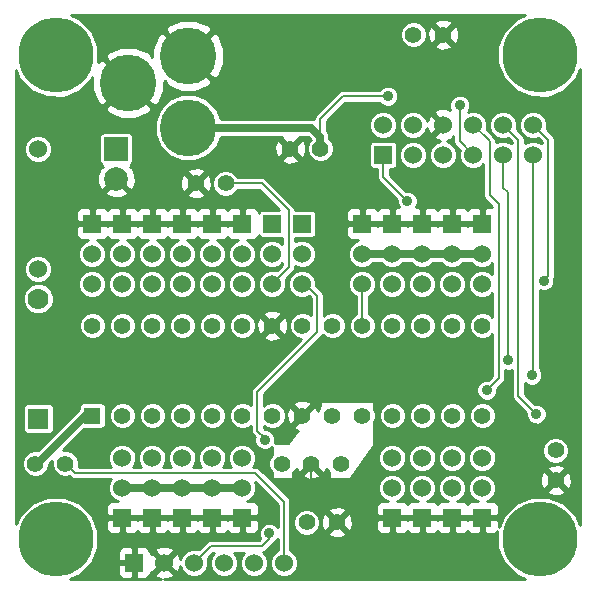
<source format=gbl>
G04 (created by PCBNEW (2013-05-31 BZR 4019)-stable) date 9/25/2013 9:27:53 PM*
%MOIN*%
G04 Gerber Fmt 3.4, Leading zero omitted, Abs format*
%FSLAX34Y34*%
G01*
G70*
G90*
G04 APERTURE LIST*
%ADD10C,0.00590551*%
%ADD11C,0.25*%
%ADD12C,0.055*%
%ADD13R,0.055X0.055*%
%ADD14R,0.0787X0.0787*%
%ADD15C,0.0787*%
%ADD16R,0.06X0.06*%
%ADD17C,0.06*%
%ADD18C,0.07*%
%ADD19R,0.07X0.07*%
%ADD20C,0.189*%
%ADD21C,0.035*%
%ADD22C,0.025*%
%ADD23C,0.008*%
%ADD24C,0.01*%
G04 APERTURE END LIST*
G54D10*
G54D11*
X23228Y-17322D03*
X39370Y-17322D03*
X39370Y-33464D03*
G54D12*
X35153Y-16648D03*
X36153Y-16648D03*
X32053Y-20448D03*
X31053Y-20448D03*
X23553Y-30948D03*
X22553Y-30948D03*
X28900Y-21600D03*
X27900Y-21600D03*
X25453Y-29348D03*
X26453Y-29348D03*
X27453Y-29348D03*
X28453Y-29348D03*
X29453Y-29348D03*
X30453Y-29348D03*
X31453Y-29348D03*
X32453Y-29348D03*
X33453Y-29348D03*
X34453Y-29348D03*
X35453Y-29348D03*
X36453Y-29348D03*
X37453Y-29348D03*
G54D13*
X24453Y-29348D03*
G54D12*
X37453Y-26348D03*
X36453Y-26348D03*
X35453Y-26348D03*
X34453Y-26348D03*
X33453Y-26348D03*
X32453Y-26348D03*
X31453Y-26348D03*
X30453Y-26348D03*
X29453Y-26348D03*
X28453Y-26348D03*
X27453Y-26348D03*
X26453Y-26348D03*
X25453Y-26348D03*
X24453Y-26348D03*
G54D14*
X25253Y-20448D03*
G54D15*
X25253Y-21448D03*
G54D16*
X25846Y-34251D03*
G54D17*
X26846Y-34251D03*
X27846Y-34251D03*
X28846Y-34251D03*
X29846Y-34251D03*
X30846Y-34251D03*
G54D16*
X29453Y-32748D03*
G54D17*
X29453Y-31748D03*
X29453Y-30748D03*
G54D16*
X33453Y-22948D03*
G54D17*
X33453Y-23948D03*
X33453Y-24948D03*
G54D16*
X34453Y-22948D03*
G54D17*
X34453Y-23948D03*
X34453Y-24948D03*
G54D16*
X35453Y-22948D03*
G54D17*
X35453Y-23948D03*
X35453Y-24948D03*
G54D16*
X36453Y-22948D03*
G54D17*
X36453Y-23948D03*
X36453Y-24948D03*
G54D16*
X37453Y-22948D03*
G54D17*
X37453Y-23948D03*
X37453Y-24948D03*
G54D16*
X37453Y-32748D03*
G54D17*
X37453Y-31748D03*
X37453Y-30748D03*
G54D16*
X36453Y-32748D03*
G54D17*
X36453Y-31748D03*
X36453Y-30748D03*
G54D16*
X35453Y-32748D03*
G54D17*
X35453Y-31748D03*
X35453Y-30748D03*
G54D16*
X34453Y-32748D03*
G54D17*
X34453Y-31748D03*
X34453Y-30748D03*
G54D16*
X29453Y-22948D03*
G54D17*
X29453Y-23948D03*
X29453Y-24948D03*
G54D16*
X28453Y-32748D03*
G54D17*
X28453Y-31748D03*
X28453Y-30748D03*
G54D16*
X27453Y-32748D03*
G54D17*
X27453Y-31748D03*
X27453Y-30748D03*
G54D16*
X26453Y-32748D03*
G54D17*
X26453Y-31748D03*
X26453Y-30748D03*
G54D16*
X25453Y-32748D03*
G54D17*
X25453Y-31748D03*
X25453Y-30748D03*
G54D16*
X24453Y-22948D03*
G54D17*
X24453Y-23948D03*
X24453Y-24948D03*
G54D16*
X25453Y-22948D03*
G54D17*
X25453Y-23948D03*
X25453Y-24948D03*
G54D16*
X26453Y-22948D03*
G54D17*
X26453Y-23948D03*
X26453Y-24948D03*
G54D16*
X27453Y-22948D03*
G54D17*
X27453Y-23948D03*
X27453Y-24948D03*
G54D16*
X28453Y-22948D03*
G54D17*
X28453Y-23948D03*
X28453Y-24948D03*
G54D18*
X22653Y-25448D03*
G54D19*
X22653Y-29448D03*
G54D17*
X22653Y-20448D03*
X22653Y-24448D03*
G54D16*
X30453Y-22948D03*
G54D17*
X30453Y-23948D03*
X30453Y-24948D03*
G54D16*
X31453Y-22948D03*
G54D17*
X31453Y-23948D03*
X31453Y-24948D03*
G54D11*
X23228Y-33464D03*
G54D12*
X32737Y-30948D03*
X30769Y-30948D03*
X31753Y-30948D03*
G54D16*
X34153Y-20648D03*
G54D17*
X34153Y-19648D03*
X35153Y-20648D03*
X35153Y-19648D03*
X36153Y-20648D03*
X36153Y-19648D03*
X37153Y-20648D03*
X37153Y-19648D03*
X38153Y-20648D03*
X38153Y-19648D03*
X39153Y-20648D03*
X39153Y-19648D03*
G54D20*
X27650Y-17350D03*
X27650Y-19750D03*
X25650Y-18250D03*
G54D12*
X31600Y-32900D03*
X32600Y-32900D03*
X39900Y-30500D03*
X39900Y-31500D03*
G54D21*
X34953Y-22198D03*
X38300Y-27500D03*
X39100Y-28000D03*
X37600Y-28500D03*
X39253Y-29298D03*
X39503Y-24848D03*
X34300Y-18700D03*
X36700Y-19000D03*
X30354Y-33267D03*
X30200Y-30150D03*
G54D22*
X25453Y-31748D02*
X26453Y-31748D01*
X26453Y-31748D02*
X27453Y-31748D01*
X27453Y-31748D02*
X28453Y-31748D01*
X28453Y-31748D02*
X29453Y-31748D01*
X37453Y-23948D02*
X36453Y-23948D01*
X36453Y-23948D02*
X35453Y-23948D01*
X35453Y-23948D02*
X34453Y-23948D01*
X34453Y-23948D02*
X33453Y-23948D01*
G54D23*
X29453Y-31748D02*
X28453Y-31748D01*
X28453Y-31748D02*
X27453Y-31748D01*
X27453Y-31748D02*
X26453Y-31748D01*
X35453Y-23948D02*
X36453Y-23948D01*
X34453Y-23948D02*
X35453Y-23948D01*
X33453Y-23948D02*
X34453Y-23948D01*
X30846Y-34251D02*
X30846Y-32224D01*
X30846Y-32224D02*
X29881Y-31259D01*
X23865Y-31259D02*
X23553Y-30948D01*
X29881Y-31259D02*
X23865Y-31259D01*
X30453Y-24948D02*
X30453Y-24946D01*
X30100Y-21600D02*
X28900Y-21600D01*
X31000Y-22500D02*
X30100Y-21600D01*
X31000Y-24400D02*
X31000Y-22500D01*
X30453Y-24946D02*
X31000Y-24400D01*
X34153Y-21398D02*
X34153Y-20648D01*
X34953Y-22198D02*
X34153Y-21398D01*
X33453Y-24948D02*
X33453Y-26348D01*
X38153Y-20648D02*
X38153Y-21753D01*
X38153Y-21753D02*
X38300Y-21900D01*
X38300Y-27500D02*
X38300Y-21900D01*
X39153Y-20648D02*
X39153Y-27946D01*
X39153Y-27946D02*
X39100Y-28000D01*
X38000Y-28100D02*
X38000Y-27600D01*
X37600Y-28500D02*
X38000Y-28100D01*
X37153Y-19648D02*
X37153Y-19653D01*
X38000Y-22300D02*
X38000Y-27600D01*
X37700Y-22000D02*
X38000Y-22300D01*
X37700Y-20200D02*
X37700Y-22000D01*
X37153Y-19653D02*
X37700Y-20200D01*
X38653Y-20148D02*
X38153Y-19648D01*
X38653Y-28698D02*
X38653Y-20148D01*
X39253Y-29298D02*
X38653Y-28698D01*
X39653Y-20148D02*
X39153Y-19648D01*
X39653Y-24698D02*
X39653Y-20148D01*
X39503Y-24848D02*
X39653Y-24698D01*
X37153Y-20648D02*
X37148Y-20648D01*
X32053Y-19446D02*
X32053Y-20448D01*
X32800Y-18700D02*
X32053Y-19446D01*
X34300Y-18700D02*
X32800Y-18700D01*
X36700Y-20200D02*
X36700Y-19000D01*
X37148Y-20648D02*
X36700Y-20200D01*
G54D22*
X32053Y-20448D02*
X32053Y-20053D01*
X31750Y-19750D02*
X27650Y-19750D01*
X32053Y-20053D02*
X31750Y-19750D01*
G54D23*
X31753Y-30948D02*
X31753Y-31953D01*
X31753Y-31953D02*
X31800Y-32000D01*
X27846Y-34251D02*
X27848Y-34251D01*
X30354Y-33445D02*
X30354Y-33267D01*
X30100Y-33700D02*
X30354Y-33445D01*
X28400Y-33700D02*
X30100Y-33700D01*
X27848Y-34251D02*
X28400Y-33700D01*
X31453Y-24948D02*
X31548Y-24948D01*
X31548Y-24948D02*
X31950Y-25350D01*
X31950Y-25350D02*
X31950Y-26550D01*
X31950Y-26550D02*
X29950Y-28550D01*
X29950Y-28550D02*
X29950Y-29850D01*
X29950Y-29850D02*
X30200Y-30100D01*
X30200Y-30100D02*
X30200Y-30150D01*
G54D22*
X22553Y-30948D02*
X22601Y-30948D01*
X24201Y-29348D02*
X24453Y-29348D01*
X22601Y-30948D02*
X24201Y-29348D01*
G54D10*
G36*
X40708Y-32985D02*
X40574Y-32661D01*
X40429Y-32516D01*
X40429Y-31575D01*
X40418Y-31367D01*
X40360Y-31227D01*
X40345Y-31223D01*
X40345Y-30411D01*
X40277Y-30248D01*
X40152Y-30122D01*
X39988Y-30055D01*
X39863Y-30054D01*
X39863Y-24698D01*
X39863Y-20148D01*
X39847Y-20067D01*
X39847Y-20067D01*
X39802Y-19999D01*
X39600Y-19797D01*
X39623Y-19741D01*
X39623Y-19554D01*
X39552Y-19382D01*
X39420Y-19249D01*
X39247Y-19178D01*
X39060Y-19177D01*
X38887Y-19249D01*
X38755Y-19381D01*
X38683Y-19554D01*
X38683Y-19741D01*
X38754Y-19913D01*
X38886Y-20046D01*
X39059Y-20117D01*
X39246Y-20118D01*
X39303Y-20094D01*
X39443Y-20235D01*
X39443Y-20273D01*
X39420Y-20249D01*
X39247Y-20178D01*
X39060Y-20177D01*
X38887Y-20249D01*
X38863Y-20273D01*
X38863Y-20148D01*
X38847Y-20067D01*
X38847Y-20067D01*
X38802Y-19999D01*
X38600Y-19797D01*
X38623Y-19741D01*
X38623Y-19554D01*
X38552Y-19382D01*
X38420Y-19249D01*
X38247Y-19178D01*
X38060Y-19177D01*
X37887Y-19249D01*
X37755Y-19381D01*
X37683Y-19554D01*
X37683Y-19741D01*
X37754Y-19913D01*
X37886Y-20046D01*
X38059Y-20117D01*
X38246Y-20118D01*
X38303Y-20094D01*
X38443Y-20235D01*
X38443Y-20273D01*
X38420Y-20249D01*
X38247Y-20178D01*
X38060Y-20177D01*
X37910Y-20240D01*
X37910Y-20200D01*
X37894Y-20119D01*
X37894Y-20119D01*
X37875Y-20092D01*
X37848Y-20051D01*
X37848Y-20051D01*
X37598Y-19801D01*
X37623Y-19741D01*
X37623Y-19554D01*
X37552Y-19382D01*
X37420Y-19249D01*
X37247Y-19178D01*
X37060Y-19177D01*
X36974Y-19213D01*
X36992Y-19195D01*
X37044Y-19068D01*
X37045Y-18931D01*
X36992Y-18804D01*
X36895Y-18707D01*
X36768Y-18655D01*
X36683Y-18654D01*
X36683Y-16723D01*
X36672Y-16515D01*
X36614Y-16375D01*
X36521Y-16350D01*
X36450Y-16421D01*
X36450Y-16280D01*
X36426Y-16187D01*
X36229Y-16118D01*
X36020Y-16129D01*
X35880Y-16187D01*
X35856Y-16280D01*
X36153Y-16577D01*
X36450Y-16280D01*
X36450Y-16421D01*
X36224Y-16648D01*
X36521Y-16945D01*
X36614Y-16920D01*
X36683Y-16723D01*
X36683Y-18654D01*
X36631Y-18654D01*
X36504Y-18707D01*
X36450Y-18761D01*
X36450Y-17015D01*
X36153Y-16718D01*
X36082Y-16789D01*
X36082Y-16648D01*
X35785Y-16350D01*
X35692Y-16375D01*
X35623Y-16572D01*
X35634Y-16780D01*
X35692Y-16920D01*
X35785Y-16945D01*
X36082Y-16648D01*
X36082Y-16789D01*
X35856Y-17015D01*
X35880Y-17108D01*
X36077Y-17177D01*
X36286Y-17166D01*
X36426Y-17108D01*
X36450Y-17015D01*
X36450Y-18761D01*
X36407Y-18804D01*
X36355Y-18931D01*
X36354Y-19068D01*
X36387Y-19147D01*
X36235Y-19093D01*
X36016Y-19104D01*
X35865Y-19166D01*
X35838Y-19262D01*
X36153Y-19577D01*
X36159Y-19571D01*
X36229Y-19642D01*
X36224Y-19648D01*
X36229Y-19653D01*
X36159Y-19724D01*
X36153Y-19718D01*
X36082Y-19789D01*
X36082Y-19648D01*
X35767Y-19332D01*
X35672Y-19360D01*
X35612Y-19527D01*
X35598Y-19494D01*
X35598Y-16559D01*
X35531Y-16396D01*
X35405Y-16270D01*
X35242Y-16203D01*
X35065Y-16202D01*
X34901Y-16270D01*
X34776Y-16395D01*
X34708Y-16559D01*
X34708Y-16736D01*
X34776Y-16899D01*
X34901Y-17025D01*
X35064Y-17092D01*
X35241Y-17093D01*
X35405Y-17025D01*
X35530Y-16900D01*
X35598Y-16736D01*
X35598Y-16559D01*
X35598Y-19494D01*
X35552Y-19382D01*
X35420Y-19249D01*
X35247Y-19178D01*
X35060Y-19177D01*
X34887Y-19249D01*
X34755Y-19381D01*
X34683Y-19554D01*
X34683Y-19741D01*
X34754Y-19913D01*
X34886Y-20046D01*
X35059Y-20117D01*
X35246Y-20118D01*
X35419Y-20046D01*
X35551Y-19914D01*
X35609Y-19776D01*
X35609Y-19784D01*
X35672Y-19935D01*
X35767Y-19963D01*
X36082Y-19648D01*
X36082Y-19789D01*
X35838Y-20033D01*
X35865Y-20129D01*
X36033Y-20189D01*
X35887Y-20249D01*
X35755Y-20381D01*
X35683Y-20554D01*
X35683Y-20741D01*
X35754Y-20913D01*
X35886Y-21046D01*
X36059Y-21117D01*
X36246Y-21118D01*
X36419Y-21046D01*
X36551Y-20914D01*
X36623Y-20741D01*
X36623Y-20554D01*
X36552Y-20382D01*
X36420Y-20249D01*
X36281Y-20192D01*
X36290Y-20191D01*
X36441Y-20129D01*
X36468Y-20033D01*
X36490Y-20055D01*
X36490Y-20200D01*
X36505Y-20280D01*
X36551Y-20348D01*
X36705Y-20502D01*
X36683Y-20554D01*
X36683Y-20741D01*
X36754Y-20913D01*
X36886Y-21046D01*
X37059Y-21117D01*
X37246Y-21118D01*
X37419Y-21046D01*
X37490Y-20976D01*
X37490Y-22000D01*
X37505Y-22080D01*
X37551Y-22148D01*
X37790Y-22386D01*
X37790Y-22398D01*
X37704Y-22397D01*
X37566Y-22398D01*
X37503Y-22460D01*
X37503Y-22898D01*
X37511Y-22898D01*
X37511Y-22998D01*
X37503Y-22998D01*
X37503Y-23005D01*
X37403Y-23005D01*
X37403Y-22998D01*
X37403Y-22898D01*
X37403Y-22460D01*
X37341Y-22398D01*
X37203Y-22397D01*
X37103Y-22398D01*
X37011Y-22436D01*
X36953Y-22494D01*
X36895Y-22436D01*
X36803Y-22398D01*
X36704Y-22397D01*
X36623Y-22398D01*
X36566Y-22398D01*
X36503Y-22460D01*
X36503Y-22898D01*
X36941Y-22898D01*
X36953Y-22885D01*
X36966Y-22898D01*
X37403Y-22898D01*
X37403Y-22998D01*
X36966Y-22998D01*
X36953Y-23010D01*
X36941Y-22998D01*
X36503Y-22998D01*
X36503Y-23005D01*
X36403Y-23005D01*
X36403Y-22998D01*
X36403Y-22898D01*
X36403Y-22460D01*
X36341Y-22398D01*
X36203Y-22397D01*
X36103Y-22398D01*
X36011Y-22436D01*
X35953Y-22494D01*
X35895Y-22436D01*
X35803Y-22398D01*
X35704Y-22397D01*
X35623Y-22398D01*
X35623Y-20554D01*
X35552Y-20382D01*
X35420Y-20249D01*
X35247Y-20178D01*
X35060Y-20177D01*
X34887Y-20249D01*
X34755Y-20381D01*
X34683Y-20554D01*
X34683Y-20741D01*
X34754Y-20913D01*
X34886Y-21046D01*
X35059Y-21117D01*
X35246Y-21118D01*
X35419Y-21046D01*
X35551Y-20914D01*
X35623Y-20741D01*
X35623Y-20554D01*
X35623Y-22398D01*
X35566Y-22398D01*
X35503Y-22460D01*
X35503Y-22898D01*
X35941Y-22898D01*
X35953Y-22885D01*
X35966Y-22898D01*
X36403Y-22898D01*
X36403Y-22998D01*
X35966Y-22998D01*
X35953Y-23010D01*
X35941Y-22998D01*
X35503Y-22998D01*
X35503Y-23005D01*
X35403Y-23005D01*
X35403Y-22998D01*
X35403Y-22898D01*
X35403Y-22460D01*
X35341Y-22398D01*
X35241Y-22398D01*
X35245Y-22393D01*
X35298Y-22266D01*
X35298Y-22129D01*
X35246Y-22002D01*
X35149Y-21905D01*
X35022Y-21853D01*
X34905Y-21852D01*
X34645Y-21592D01*
X34645Y-18631D01*
X34592Y-18504D01*
X34495Y-18407D01*
X34368Y-18355D01*
X34231Y-18354D01*
X34104Y-18407D01*
X34022Y-18490D01*
X32800Y-18490D01*
X32799Y-18490D01*
X32784Y-18493D01*
X32719Y-18505D01*
X32651Y-18551D01*
X32651Y-18551D01*
X31905Y-19297D01*
X31859Y-19366D01*
X31843Y-19446D01*
X31843Y-19473D01*
X31750Y-19455D01*
X28845Y-19455D01*
X28845Y-17585D01*
X28844Y-17110D01*
X28664Y-16674D01*
X28501Y-16568D01*
X28431Y-16639D01*
X28431Y-16498D01*
X28325Y-16335D01*
X27885Y-16154D01*
X27410Y-16155D01*
X26974Y-16335D01*
X26868Y-16498D01*
X27650Y-17279D01*
X28431Y-16498D01*
X28431Y-16639D01*
X27720Y-17350D01*
X28501Y-18131D01*
X28664Y-18025D01*
X28845Y-17585D01*
X28845Y-19455D01*
X28734Y-19455D01*
X28595Y-19119D01*
X28431Y-18954D01*
X28431Y-18201D01*
X27650Y-17420D01*
X27644Y-17426D01*
X27579Y-17361D01*
X27573Y-17355D01*
X27579Y-17350D01*
X26798Y-16568D01*
X26635Y-16674D01*
X26454Y-17114D01*
X26455Y-17374D01*
X26431Y-17398D01*
X26325Y-17235D01*
X25885Y-17054D01*
X25410Y-17055D01*
X24974Y-17235D01*
X24868Y-17398D01*
X25650Y-18179D01*
X25655Y-18173D01*
X25726Y-18244D01*
X25720Y-18250D01*
X26501Y-19031D01*
X26664Y-18925D01*
X26845Y-18485D01*
X26844Y-18225D01*
X26868Y-18201D01*
X26974Y-18364D01*
X27414Y-18545D01*
X27889Y-18544D01*
X28325Y-18364D01*
X28431Y-18201D01*
X28431Y-18954D01*
X28282Y-18805D01*
X27872Y-18635D01*
X27429Y-18634D01*
X27019Y-18804D01*
X26705Y-19117D01*
X26535Y-19527D01*
X26534Y-19970D01*
X26704Y-20380D01*
X27017Y-20694D01*
X27427Y-20864D01*
X27870Y-20865D01*
X28280Y-20695D01*
X28594Y-20382D01*
X28734Y-20045D01*
X30765Y-20045D01*
X30756Y-20080D01*
X31053Y-20377D01*
X31350Y-20080D01*
X31341Y-20045D01*
X31627Y-20045D01*
X31727Y-20144D01*
X31676Y-20195D01*
X31608Y-20359D01*
X31608Y-20536D01*
X31676Y-20699D01*
X31801Y-20825D01*
X31964Y-20892D01*
X32141Y-20893D01*
X32305Y-20825D01*
X32430Y-20700D01*
X32498Y-20536D01*
X32498Y-20359D01*
X32431Y-20196D01*
X32348Y-20113D01*
X32348Y-20053D01*
X32326Y-19940D01*
X32263Y-19847D01*
X32263Y-19847D01*
X32263Y-19533D01*
X32886Y-18910D01*
X34022Y-18910D01*
X34104Y-18992D01*
X34231Y-19044D01*
X34368Y-19045D01*
X34495Y-18992D01*
X34592Y-18895D01*
X34644Y-18768D01*
X34645Y-18631D01*
X34645Y-21592D01*
X34623Y-21571D01*
X34623Y-19554D01*
X34552Y-19382D01*
X34420Y-19249D01*
X34247Y-19178D01*
X34060Y-19177D01*
X33887Y-19249D01*
X33755Y-19381D01*
X33683Y-19554D01*
X33683Y-19741D01*
X33754Y-19913D01*
X33886Y-20046D01*
X34059Y-20117D01*
X34246Y-20118D01*
X34419Y-20046D01*
X34551Y-19914D01*
X34623Y-19741D01*
X34623Y-19554D01*
X34623Y-21571D01*
X34363Y-21311D01*
X34363Y-21118D01*
X34487Y-21118D01*
X34549Y-21092D01*
X34597Y-21044D01*
X34623Y-20981D01*
X34623Y-20914D01*
X34623Y-20314D01*
X34597Y-20251D01*
X34549Y-20203D01*
X34487Y-20178D01*
X34419Y-20178D01*
X33819Y-20178D01*
X33757Y-20203D01*
X33709Y-20251D01*
X33683Y-20314D01*
X33683Y-20381D01*
X33683Y-20981D01*
X33709Y-21044D01*
X33757Y-21092D01*
X33819Y-21118D01*
X33887Y-21118D01*
X33943Y-21118D01*
X33943Y-21398D01*
X33959Y-21478D01*
X34005Y-21546D01*
X34608Y-22150D01*
X34608Y-22266D01*
X34660Y-22393D01*
X34665Y-22398D01*
X34566Y-22398D01*
X34503Y-22460D01*
X34503Y-22898D01*
X34941Y-22898D01*
X34953Y-22885D01*
X34966Y-22898D01*
X35403Y-22898D01*
X35403Y-22998D01*
X34966Y-22998D01*
X34953Y-23010D01*
X34941Y-22998D01*
X34503Y-22998D01*
X34503Y-23005D01*
X34403Y-23005D01*
X34403Y-22998D01*
X34403Y-22898D01*
X34403Y-22460D01*
X34341Y-22398D01*
X34203Y-22397D01*
X34103Y-22398D01*
X34011Y-22436D01*
X33953Y-22494D01*
X33895Y-22436D01*
X33803Y-22398D01*
X33704Y-22397D01*
X33566Y-22398D01*
X33503Y-22460D01*
X33503Y-22898D01*
X33941Y-22898D01*
X33953Y-22885D01*
X33966Y-22898D01*
X34403Y-22898D01*
X34403Y-22998D01*
X33966Y-22998D01*
X33953Y-23010D01*
X33941Y-22998D01*
X33503Y-22998D01*
X33503Y-23005D01*
X33403Y-23005D01*
X33403Y-22998D01*
X33403Y-22898D01*
X33403Y-22460D01*
X33341Y-22398D01*
X33203Y-22397D01*
X33103Y-22398D01*
X33011Y-22436D01*
X32941Y-22506D01*
X32903Y-22598D01*
X32903Y-22835D01*
X32966Y-22898D01*
X33403Y-22898D01*
X33403Y-22998D01*
X32966Y-22998D01*
X32903Y-23060D01*
X32903Y-23297D01*
X32941Y-23389D01*
X33011Y-23459D01*
X33103Y-23497D01*
X33203Y-23498D01*
X33311Y-23498D01*
X33187Y-23549D01*
X33055Y-23681D01*
X32983Y-23854D01*
X32983Y-24041D01*
X33054Y-24213D01*
X33186Y-24346D01*
X33359Y-24417D01*
X33546Y-24418D01*
X33719Y-24346D01*
X33823Y-24243D01*
X34083Y-24243D01*
X34186Y-24346D01*
X34359Y-24417D01*
X34546Y-24418D01*
X34719Y-24346D01*
X34823Y-24243D01*
X35083Y-24243D01*
X35186Y-24346D01*
X35359Y-24417D01*
X35546Y-24418D01*
X35719Y-24346D01*
X35823Y-24243D01*
X36083Y-24243D01*
X36186Y-24346D01*
X36359Y-24417D01*
X36546Y-24418D01*
X36719Y-24346D01*
X36823Y-24243D01*
X37083Y-24243D01*
X37186Y-24346D01*
X37359Y-24417D01*
X37546Y-24418D01*
X37719Y-24346D01*
X37790Y-24276D01*
X37790Y-24619D01*
X37720Y-24549D01*
X37547Y-24478D01*
X37360Y-24477D01*
X37187Y-24549D01*
X37055Y-24681D01*
X36983Y-24854D01*
X36983Y-25041D01*
X37054Y-25213D01*
X37186Y-25346D01*
X37359Y-25417D01*
X37546Y-25418D01*
X37719Y-25346D01*
X37790Y-25276D01*
X37790Y-26055D01*
X37705Y-25970D01*
X37542Y-25903D01*
X37365Y-25902D01*
X37201Y-25970D01*
X37076Y-26095D01*
X37008Y-26259D01*
X37008Y-26436D01*
X37076Y-26599D01*
X37201Y-26725D01*
X37364Y-26792D01*
X37541Y-26793D01*
X37705Y-26725D01*
X37790Y-26640D01*
X37790Y-27600D01*
X37790Y-28013D01*
X37647Y-28155D01*
X37531Y-28154D01*
X37404Y-28207D01*
X37307Y-28304D01*
X37255Y-28431D01*
X37254Y-28568D01*
X37307Y-28695D01*
X37404Y-28792D01*
X37531Y-28844D01*
X37668Y-28845D01*
X37795Y-28792D01*
X37892Y-28695D01*
X37944Y-28568D01*
X37945Y-28451D01*
X38148Y-28248D01*
X38148Y-28248D01*
X38148Y-28248D01*
X38194Y-28180D01*
X38194Y-28180D01*
X38206Y-28115D01*
X38210Y-28100D01*
X38209Y-28100D01*
X38210Y-28100D01*
X38210Y-27836D01*
X38231Y-27844D01*
X38368Y-27845D01*
X38443Y-27813D01*
X38443Y-28698D01*
X38459Y-28778D01*
X38505Y-28846D01*
X38908Y-29250D01*
X38908Y-29366D01*
X38960Y-29493D01*
X39057Y-29590D01*
X39184Y-29642D01*
X39321Y-29643D01*
X39448Y-29590D01*
X39545Y-29493D01*
X39598Y-29366D01*
X39598Y-29229D01*
X39546Y-29102D01*
X39449Y-29005D01*
X39322Y-28953D01*
X39205Y-28952D01*
X38863Y-28611D01*
X38863Y-28251D01*
X38904Y-28292D01*
X39031Y-28344D01*
X39168Y-28345D01*
X39295Y-28292D01*
X39392Y-28195D01*
X39444Y-28068D01*
X39445Y-27931D01*
X39392Y-27804D01*
X39363Y-27775D01*
X39363Y-25163D01*
X39434Y-25192D01*
X39571Y-25193D01*
X39698Y-25140D01*
X39795Y-25043D01*
X39848Y-24916D01*
X39848Y-24779D01*
X39847Y-24777D01*
X39863Y-24698D01*
X39863Y-30054D01*
X39811Y-30054D01*
X39648Y-30122D01*
X39522Y-30247D01*
X39455Y-30411D01*
X39454Y-30588D01*
X39522Y-30751D01*
X39647Y-30877D01*
X39811Y-30944D01*
X39988Y-30945D01*
X40151Y-30877D01*
X40277Y-30752D01*
X40344Y-30588D01*
X40345Y-30411D01*
X40345Y-31223D01*
X40267Y-31202D01*
X40197Y-31273D01*
X40197Y-31132D01*
X40172Y-31039D01*
X39975Y-30970D01*
X39767Y-30981D01*
X39627Y-31039D01*
X39602Y-31132D01*
X39900Y-31429D01*
X40197Y-31132D01*
X40197Y-31273D01*
X39970Y-31500D01*
X40267Y-31797D01*
X40360Y-31772D01*
X40429Y-31575D01*
X40429Y-32516D01*
X40197Y-32283D01*
X40197Y-31867D01*
X39900Y-31570D01*
X39829Y-31641D01*
X39829Y-31500D01*
X39532Y-31202D01*
X39439Y-31227D01*
X39370Y-31424D01*
X39381Y-31632D01*
X39439Y-31772D01*
X39532Y-31797D01*
X39829Y-31500D01*
X39829Y-31641D01*
X39602Y-31867D01*
X39627Y-31960D01*
X39824Y-32029D01*
X40032Y-32018D01*
X40172Y-31960D01*
X40197Y-31867D01*
X40197Y-32283D01*
X40175Y-32261D01*
X39653Y-32044D01*
X39088Y-32044D01*
X38566Y-32260D01*
X38166Y-32659D01*
X38003Y-33052D01*
X38003Y-32398D01*
X37965Y-32306D01*
X37895Y-32236D01*
X37803Y-32198D01*
X37704Y-32197D01*
X37595Y-32198D01*
X37719Y-32146D01*
X37851Y-32014D01*
X37923Y-31841D01*
X37923Y-31654D01*
X37923Y-30654D01*
X37898Y-30594D01*
X37898Y-29259D01*
X37831Y-29096D01*
X37705Y-28970D01*
X37542Y-28903D01*
X37365Y-28902D01*
X37201Y-28970D01*
X37076Y-29095D01*
X37008Y-29259D01*
X37008Y-29436D01*
X37076Y-29599D01*
X37201Y-29725D01*
X37364Y-29792D01*
X37541Y-29793D01*
X37705Y-29725D01*
X37830Y-29600D01*
X37898Y-29436D01*
X37898Y-29259D01*
X37898Y-30594D01*
X37852Y-30482D01*
X37720Y-30349D01*
X37547Y-30278D01*
X37360Y-30277D01*
X37187Y-30349D01*
X37055Y-30481D01*
X36983Y-30654D01*
X36983Y-30841D01*
X37054Y-31013D01*
X37186Y-31146D01*
X37359Y-31217D01*
X37546Y-31218D01*
X37719Y-31146D01*
X37851Y-31014D01*
X37923Y-30841D01*
X37923Y-30654D01*
X37923Y-31654D01*
X37852Y-31482D01*
X37720Y-31349D01*
X37547Y-31278D01*
X37360Y-31277D01*
X37187Y-31349D01*
X37055Y-31481D01*
X36983Y-31654D01*
X36983Y-31841D01*
X37054Y-32013D01*
X37186Y-32146D01*
X37311Y-32198D01*
X37203Y-32197D01*
X37103Y-32198D01*
X37011Y-32236D01*
X36953Y-32294D01*
X36895Y-32236D01*
X36803Y-32198D01*
X36704Y-32197D01*
X36595Y-32198D01*
X36719Y-32146D01*
X36851Y-32014D01*
X36923Y-31841D01*
X36923Y-31654D01*
X36923Y-30654D01*
X36923Y-24854D01*
X36852Y-24682D01*
X36720Y-24549D01*
X36547Y-24478D01*
X36360Y-24477D01*
X36187Y-24549D01*
X36055Y-24681D01*
X35983Y-24854D01*
X35983Y-25041D01*
X36054Y-25213D01*
X36186Y-25346D01*
X36359Y-25417D01*
X36546Y-25418D01*
X36719Y-25346D01*
X36851Y-25214D01*
X36923Y-25041D01*
X36923Y-24854D01*
X36923Y-30654D01*
X36898Y-30594D01*
X36898Y-29259D01*
X36898Y-26259D01*
X36831Y-26096D01*
X36705Y-25970D01*
X36542Y-25903D01*
X36365Y-25902D01*
X36201Y-25970D01*
X36076Y-26095D01*
X36008Y-26259D01*
X36008Y-26436D01*
X36076Y-26599D01*
X36201Y-26725D01*
X36364Y-26792D01*
X36541Y-26793D01*
X36705Y-26725D01*
X36830Y-26600D01*
X36898Y-26436D01*
X36898Y-26259D01*
X36898Y-29259D01*
X36831Y-29096D01*
X36705Y-28970D01*
X36542Y-28903D01*
X36365Y-28902D01*
X36201Y-28970D01*
X36076Y-29095D01*
X36008Y-29259D01*
X36008Y-29436D01*
X36076Y-29599D01*
X36201Y-29725D01*
X36364Y-29792D01*
X36541Y-29793D01*
X36705Y-29725D01*
X36830Y-29600D01*
X36898Y-29436D01*
X36898Y-29259D01*
X36898Y-30594D01*
X36852Y-30482D01*
X36720Y-30349D01*
X36547Y-30278D01*
X36360Y-30277D01*
X36187Y-30349D01*
X36055Y-30481D01*
X35983Y-30654D01*
X35983Y-30841D01*
X36054Y-31013D01*
X36186Y-31146D01*
X36359Y-31217D01*
X36546Y-31218D01*
X36719Y-31146D01*
X36851Y-31014D01*
X36923Y-30841D01*
X36923Y-30654D01*
X36923Y-31654D01*
X36852Y-31482D01*
X36720Y-31349D01*
X36547Y-31278D01*
X36360Y-31277D01*
X36187Y-31349D01*
X36055Y-31481D01*
X35983Y-31654D01*
X35983Y-31841D01*
X36054Y-32013D01*
X36186Y-32146D01*
X36311Y-32198D01*
X36203Y-32197D01*
X36103Y-32198D01*
X36011Y-32236D01*
X35953Y-32294D01*
X35895Y-32236D01*
X35803Y-32198D01*
X35704Y-32197D01*
X35595Y-32198D01*
X35719Y-32146D01*
X35851Y-32014D01*
X35923Y-31841D01*
X35923Y-31654D01*
X35923Y-30654D01*
X35923Y-24854D01*
X35852Y-24682D01*
X35720Y-24549D01*
X35547Y-24478D01*
X35360Y-24477D01*
X35187Y-24549D01*
X35055Y-24681D01*
X34983Y-24854D01*
X34983Y-25041D01*
X35054Y-25213D01*
X35186Y-25346D01*
X35359Y-25417D01*
X35546Y-25418D01*
X35719Y-25346D01*
X35851Y-25214D01*
X35923Y-25041D01*
X35923Y-24854D01*
X35923Y-30654D01*
X35898Y-30594D01*
X35898Y-29259D01*
X35898Y-26259D01*
X35831Y-26096D01*
X35705Y-25970D01*
X35542Y-25903D01*
X35365Y-25902D01*
X35201Y-25970D01*
X35076Y-26095D01*
X35008Y-26259D01*
X35008Y-26436D01*
X35076Y-26599D01*
X35201Y-26725D01*
X35364Y-26792D01*
X35541Y-26793D01*
X35705Y-26725D01*
X35830Y-26600D01*
X35898Y-26436D01*
X35898Y-26259D01*
X35898Y-29259D01*
X35831Y-29096D01*
X35705Y-28970D01*
X35542Y-28903D01*
X35365Y-28902D01*
X35201Y-28970D01*
X35076Y-29095D01*
X35008Y-29259D01*
X35008Y-29436D01*
X35076Y-29599D01*
X35201Y-29725D01*
X35364Y-29792D01*
X35541Y-29793D01*
X35705Y-29725D01*
X35830Y-29600D01*
X35898Y-29436D01*
X35898Y-29259D01*
X35898Y-30594D01*
X35852Y-30482D01*
X35720Y-30349D01*
X35547Y-30278D01*
X35360Y-30277D01*
X35187Y-30349D01*
X35055Y-30481D01*
X34983Y-30654D01*
X34983Y-30841D01*
X35054Y-31013D01*
X35186Y-31146D01*
X35359Y-31217D01*
X35546Y-31218D01*
X35719Y-31146D01*
X35851Y-31014D01*
X35923Y-30841D01*
X35923Y-30654D01*
X35923Y-31654D01*
X35852Y-31482D01*
X35720Y-31349D01*
X35547Y-31278D01*
X35360Y-31277D01*
X35187Y-31349D01*
X35055Y-31481D01*
X34983Y-31654D01*
X34983Y-31841D01*
X35054Y-32013D01*
X35186Y-32146D01*
X35311Y-32198D01*
X35203Y-32197D01*
X35103Y-32198D01*
X35011Y-32236D01*
X34953Y-32294D01*
X34895Y-32236D01*
X34803Y-32198D01*
X34704Y-32197D01*
X34595Y-32198D01*
X34719Y-32146D01*
X34851Y-32014D01*
X34923Y-31841D01*
X34923Y-31654D01*
X34923Y-30654D01*
X34923Y-24854D01*
X34852Y-24682D01*
X34720Y-24549D01*
X34547Y-24478D01*
X34360Y-24477D01*
X34187Y-24549D01*
X34055Y-24681D01*
X33983Y-24854D01*
X33983Y-25041D01*
X34054Y-25213D01*
X34186Y-25346D01*
X34359Y-25417D01*
X34546Y-25418D01*
X34719Y-25346D01*
X34851Y-25214D01*
X34923Y-25041D01*
X34923Y-24854D01*
X34923Y-30654D01*
X34898Y-30594D01*
X34898Y-29259D01*
X34898Y-26259D01*
X34831Y-26096D01*
X34705Y-25970D01*
X34542Y-25903D01*
X34365Y-25902D01*
X34201Y-25970D01*
X34076Y-26095D01*
X34008Y-26259D01*
X34008Y-26436D01*
X34076Y-26599D01*
X34201Y-26725D01*
X34364Y-26792D01*
X34541Y-26793D01*
X34705Y-26725D01*
X34830Y-26600D01*
X34898Y-26436D01*
X34898Y-26259D01*
X34898Y-29259D01*
X34831Y-29096D01*
X34705Y-28970D01*
X34542Y-28903D01*
X34365Y-28902D01*
X34201Y-28970D01*
X34076Y-29095D01*
X34008Y-29259D01*
X34008Y-29436D01*
X34076Y-29599D01*
X34201Y-29725D01*
X34364Y-29792D01*
X34541Y-29793D01*
X34705Y-29725D01*
X34830Y-29600D01*
X34898Y-29436D01*
X34898Y-29259D01*
X34898Y-30594D01*
X34852Y-30482D01*
X34720Y-30349D01*
X34547Y-30278D01*
X34360Y-30277D01*
X34187Y-30349D01*
X34055Y-30481D01*
X33983Y-30654D01*
X33983Y-30841D01*
X34054Y-31013D01*
X34186Y-31146D01*
X34359Y-31217D01*
X34546Y-31218D01*
X34719Y-31146D01*
X34851Y-31014D01*
X34923Y-30841D01*
X34923Y-30654D01*
X34923Y-31654D01*
X34852Y-31482D01*
X34720Y-31349D01*
X34547Y-31278D01*
X34360Y-31277D01*
X34187Y-31349D01*
X34055Y-31481D01*
X33983Y-31654D01*
X33983Y-31841D01*
X34054Y-32013D01*
X34186Y-32146D01*
X34311Y-32198D01*
X34203Y-32197D01*
X34103Y-32198D01*
X34011Y-32236D01*
X33941Y-32306D01*
X33923Y-32349D01*
X33923Y-24854D01*
X33852Y-24682D01*
X33720Y-24549D01*
X33547Y-24478D01*
X33360Y-24477D01*
X33187Y-24549D01*
X33055Y-24681D01*
X32983Y-24854D01*
X32983Y-25041D01*
X33054Y-25213D01*
X33186Y-25346D01*
X33243Y-25369D01*
X33243Y-25953D01*
X33201Y-25970D01*
X33076Y-26095D01*
X33008Y-26259D01*
X33008Y-26436D01*
X33076Y-26599D01*
X33201Y-26725D01*
X33364Y-26792D01*
X33541Y-26793D01*
X33705Y-26725D01*
X33830Y-26600D01*
X33898Y-26436D01*
X33898Y-26259D01*
X33831Y-26096D01*
X33705Y-25970D01*
X33663Y-25953D01*
X33663Y-25369D01*
X33719Y-25346D01*
X33851Y-25214D01*
X33923Y-25041D01*
X33923Y-24854D01*
X33923Y-32349D01*
X33903Y-32398D01*
X33903Y-32635D01*
X33966Y-32698D01*
X34403Y-32698D01*
X34403Y-32690D01*
X34503Y-32690D01*
X34503Y-32698D01*
X34941Y-32698D01*
X34953Y-32685D01*
X34966Y-32698D01*
X35403Y-32698D01*
X35403Y-32690D01*
X35503Y-32690D01*
X35503Y-32698D01*
X35941Y-32698D01*
X35953Y-32685D01*
X35966Y-32698D01*
X36403Y-32698D01*
X36403Y-32690D01*
X36503Y-32690D01*
X36503Y-32698D01*
X36941Y-32698D01*
X36953Y-32685D01*
X36966Y-32698D01*
X37403Y-32698D01*
X37403Y-32690D01*
X37503Y-32690D01*
X37503Y-32698D01*
X37941Y-32698D01*
X38003Y-32635D01*
X38003Y-32398D01*
X38003Y-33052D01*
X38003Y-33052D01*
X38003Y-32860D01*
X37941Y-32798D01*
X37503Y-32798D01*
X37503Y-33235D01*
X37566Y-33298D01*
X37704Y-33298D01*
X37803Y-33297D01*
X37895Y-33259D01*
X37950Y-33204D01*
X37949Y-33745D01*
X38165Y-34267D01*
X38564Y-34667D01*
X38890Y-34803D01*
X37403Y-34803D01*
X37403Y-33235D01*
X37403Y-32798D01*
X36966Y-32798D01*
X36953Y-32810D01*
X36941Y-32798D01*
X36503Y-32798D01*
X36503Y-33235D01*
X36566Y-33298D01*
X36704Y-33298D01*
X36803Y-33297D01*
X36895Y-33259D01*
X36953Y-33201D01*
X37011Y-33259D01*
X37103Y-33297D01*
X37203Y-33298D01*
X37341Y-33298D01*
X37403Y-33235D01*
X37403Y-34803D01*
X36403Y-34803D01*
X36403Y-33235D01*
X36403Y-32798D01*
X35966Y-32798D01*
X35953Y-32810D01*
X35941Y-32798D01*
X35503Y-32798D01*
X35503Y-33235D01*
X35566Y-33298D01*
X35704Y-33298D01*
X35803Y-33297D01*
X35895Y-33259D01*
X35953Y-33201D01*
X36011Y-33259D01*
X36103Y-33297D01*
X36203Y-33298D01*
X36341Y-33298D01*
X36403Y-33235D01*
X36403Y-34803D01*
X35403Y-34803D01*
X35403Y-33235D01*
X35403Y-32798D01*
X34966Y-32798D01*
X34953Y-32810D01*
X34941Y-32798D01*
X34503Y-32798D01*
X34503Y-33235D01*
X34566Y-33298D01*
X34704Y-33298D01*
X34803Y-33297D01*
X34895Y-33259D01*
X34953Y-33201D01*
X35011Y-33259D01*
X35103Y-33297D01*
X35203Y-33298D01*
X35341Y-33298D01*
X35403Y-33235D01*
X35403Y-34803D01*
X34403Y-34803D01*
X34403Y-33235D01*
X34403Y-32798D01*
X33966Y-32798D01*
X33903Y-32860D01*
X33903Y-33097D01*
X33941Y-33189D01*
X34011Y-33259D01*
X34103Y-33297D01*
X34203Y-33298D01*
X34341Y-33298D01*
X34403Y-33235D01*
X34403Y-34803D01*
X33898Y-34803D01*
X33898Y-29259D01*
X33850Y-29142D01*
X33850Y-28850D01*
X32062Y-28850D01*
X31961Y-29188D01*
X31914Y-29075D01*
X31821Y-29050D01*
X31750Y-29121D01*
X31750Y-28980D01*
X31726Y-28887D01*
X31529Y-28818D01*
X31320Y-28829D01*
X31180Y-28887D01*
X31156Y-28980D01*
X31453Y-29277D01*
X31750Y-28980D01*
X31750Y-29121D01*
X31524Y-29348D01*
X31529Y-29353D01*
X31459Y-29424D01*
X31453Y-29418D01*
X31382Y-29489D01*
X31382Y-29348D01*
X31085Y-29050D01*
X30992Y-29075D01*
X30923Y-29272D01*
X30934Y-29480D01*
X30992Y-29620D01*
X31085Y-29645D01*
X31382Y-29348D01*
X31382Y-29489D01*
X31156Y-29715D01*
X31180Y-29808D01*
X31298Y-29850D01*
X31275Y-29850D01*
X30975Y-30250D01*
X30532Y-30250D01*
X30544Y-30218D01*
X30545Y-30081D01*
X30492Y-29954D01*
X30395Y-29857D01*
X30268Y-29805D01*
X30201Y-29805D01*
X30160Y-29763D01*
X30160Y-29683D01*
X30201Y-29725D01*
X30364Y-29792D01*
X30541Y-29793D01*
X30705Y-29725D01*
X30830Y-29600D01*
X30898Y-29436D01*
X30898Y-29259D01*
X30831Y-29096D01*
X30705Y-28970D01*
X30542Y-28903D01*
X30365Y-28902D01*
X30201Y-28970D01*
X30160Y-29012D01*
X30160Y-28636D01*
X32098Y-26698D01*
X32098Y-26698D01*
X32098Y-26698D01*
X32129Y-26652D01*
X32201Y-26725D01*
X32364Y-26792D01*
X32541Y-26793D01*
X32705Y-26725D01*
X32830Y-26600D01*
X32898Y-26436D01*
X32898Y-26259D01*
X32831Y-26096D01*
X32705Y-25970D01*
X32542Y-25903D01*
X32365Y-25902D01*
X32201Y-25970D01*
X32160Y-26012D01*
X32160Y-25350D01*
X32144Y-25269D01*
X32098Y-25201D01*
X31923Y-25026D01*
X31923Y-24854D01*
X31923Y-23854D01*
X31852Y-23682D01*
X31720Y-23549D01*
X31547Y-23478D01*
X31360Y-23477D01*
X31210Y-23540D01*
X31210Y-23418D01*
X31787Y-23418D01*
X31849Y-23392D01*
X31897Y-23344D01*
X31923Y-23281D01*
X31923Y-23214D01*
X31923Y-22614D01*
X31897Y-22551D01*
X31849Y-22503D01*
X31787Y-22478D01*
X31719Y-22478D01*
X31583Y-22478D01*
X31583Y-20523D01*
X31572Y-20315D01*
X31514Y-20175D01*
X31421Y-20150D01*
X31124Y-20448D01*
X31421Y-20745D01*
X31514Y-20720D01*
X31583Y-20523D01*
X31583Y-22478D01*
X31350Y-22478D01*
X31350Y-20815D01*
X31053Y-20518D01*
X30982Y-20589D01*
X30982Y-20448D01*
X30685Y-20150D01*
X30592Y-20175D01*
X30523Y-20372D01*
X30534Y-20580D01*
X30592Y-20720D01*
X30685Y-20745D01*
X30982Y-20448D01*
X30982Y-20589D01*
X30756Y-20815D01*
X30780Y-20908D01*
X30977Y-20977D01*
X31186Y-20966D01*
X31326Y-20908D01*
X31350Y-20815D01*
X31350Y-22478D01*
X31205Y-22478D01*
X31194Y-22419D01*
X31148Y-22351D01*
X30248Y-21451D01*
X30180Y-21405D01*
X30100Y-21390D01*
X29294Y-21390D01*
X29277Y-21348D01*
X29152Y-21222D01*
X28988Y-21155D01*
X28811Y-21154D01*
X28648Y-21222D01*
X28522Y-21347D01*
X28455Y-21511D01*
X28454Y-21688D01*
X28522Y-21851D01*
X28647Y-21977D01*
X28811Y-22044D01*
X28988Y-22045D01*
X29151Y-21977D01*
X29277Y-21852D01*
X29294Y-21810D01*
X30013Y-21810D01*
X30681Y-22478D01*
X30119Y-22478D01*
X30057Y-22503D01*
X30009Y-22551D01*
X29996Y-22582D01*
X29965Y-22506D01*
X29895Y-22436D01*
X29803Y-22398D01*
X29704Y-22397D01*
X29566Y-22398D01*
X29503Y-22460D01*
X29503Y-22898D01*
X29511Y-22898D01*
X29511Y-22998D01*
X29503Y-22998D01*
X29503Y-23005D01*
X29403Y-23005D01*
X29403Y-22998D01*
X29403Y-22898D01*
X29403Y-22460D01*
X29341Y-22398D01*
X29203Y-22397D01*
X29103Y-22398D01*
X29011Y-22436D01*
X28953Y-22494D01*
X28895Y-22436D01*
X28803Y-22398D01*
X28704Y-22397D01*
X28566Y-22398D01*
X28503Y-22460D01*
X28503Y-22898D01*
X28941Y-22898D01*
X28953Y-22885D01*
X28966Y-22898D01*
X29403Y-22898D01*
X29403Y-22998D01*
X28966Y-22998D01*
X28953Y-23010D01*
X28941Y-22998D01*
X28503Y-22998D01*
X28503Y-23005D01*
X28429Y-23005D01*
X28429Y-21675D01*
X28418Y-21467D01*
X28360Y-21327D01*
X28267Y-21302D01*
X28197Y-21373D01*
X28197Y-21232D01*
X28172Y-21139D01*
X27975Y-21070D01*
X27767Y-21081D01*
X27627Y-21139D01*
X27602Y-21232D01*
X27900Y-21529D01*
X28197Y-21232D01*
X28197Y-21373D01*
X27970Y-21600D01*
X28267Y-21897D01*
X28360Y-21872D01*
X28429Y-21675D01*
X28429Y-23005D01*
X28403Y-23005D01*
X28403Y-22998D01*
X28403Y-22898D01*
X28403Y-22460D01*
X28341Y-22398D01*
X28203Y-22397D01*
X28197Y-22397D01*
X28197Y-21967D01*
X27900Y-21670D01*
X27829Y-21741D01*
X27829Y-21600D01*
X27532Y-21302D01*
X27439Y-21327D01*
X27370Y-21524D01*
X27381Y-21732D01*
X27439Y-21872D01*
X27532Y-21897D01*
X27829Y-21600D01*
X27829Y-21741D01*
X27602Y-21967D01*
X27627Y-22060D01*
X27824Y-22129D01*
X28032Y-22118D01*
X28172Y-22060D01*
X28197Y-21967D01*
X28197Y-22397D01*
X28103Y-22398D01*
X28011Y-22436D01*
X27953Y-22494D01*
X27895Y-22436D01*
X27803Y-22398D01*
X27704Y-22397D01*
X27566Y-22398D01*
X27503Y-22460D01*
X27503Y-22898D01*
X27941Y-22898D01*
X27953Y-22885D01*
X27966Y-22898D01*
X28403Y-22898D01*
X28403Y-22998D01*
X27966Y-22998D01*
X27953Y-23010D01*
X27941Y-22998D01*
X27503Y-22998D01*
X27503Y-23005D01*
X27403Y-23005D01*
X27403Y-22998D01*
X27403Y-22898D01*
X27403Y-22460D01*
X27341Y-22398D01*
X27203Y-22397D01*
X27103Y-22398D01*
X27011Y-22436D01*
X26953Y-22494D01*
X26895Y-22436D01*
X26803Y-22398D01*
X26704Y-22397D01*
X26566Y-22398D01*
X26503Y-22460D01*
X26503Y-22898D01*
X26941Y-22898D01*
X26953Y-22885D01*
X26966Y-22898D01*
X27403Y-22898D01*
X27403Y-22998D01*
X26966Y-22998D01*
X26953Y-23010D01*
X26941Y-22998D01*
X26503Y-22998D01*
X26503Y-23005D01*
X26431Y-23005D01*
X26431Y-19101D01*
X25650Y-18320D01*
X24868Y-19101D01*
X24974Y-19264D01*
X25414Y-19445D01*
X25889Y-19444D01*
X26325Y-19264D01*
X26431Y-19101D01*
X26431Y-23005D01*
X26403Y-23005D01*
X26403Y-22998D01*
X26403Y-22898D01*
X26403Y-22460D01*
X26341Y-22398D01*
X26203Y-22397D01*
X26103Y-22398D01*
X26011Y-22436D01*
X25953Y-22494D01*
X25901Y-22442D01*
X25901Y-21552D01*
X25891Y-21296D01*
X25817Y-21115D01*
X25812Y-21103D01*
X25707Y-21065D01*
X25752Y-21020D01*
X25725Y-20993D01*
X25743Y-20985D01*
X25791Y-20937D01*
X25817Y-20875D01*
X25817Y-20807D01*
X25817Y-20020D01*
X25791Y-19958D01*
X25743Y-19910D01*
X25681Y-19884D01*
X25613Y-19884D01*
X24826Y-19884D01*
X24763Y-19910D01*
X24716Y-19958D01*
X24690Y-20020D01*
X24690Y-20088D01*
X24690Y-20875D01*
X24715Y-20937D01*
X24763Y-20985D01*
X24781Y-20993D01*
X24754Y-21020D01*
X24799Y-21065D01*
X24694Y-21103D01*
X24605Y-21343D01*
X24615Y-21599D01*
X24694Y-21792D01*
X24799Y-21830D01*
X25182Y-21448D01*
X25177Y-21442D01*
X25247Y-21371D01*
X25253Y-21377D01*
X25259Y-21371D01*
X25329Y-21442D01*
X25324Y-21448D01*
X25707Y-21830D01*
X25812Y-21792D01*
X25901Y-21552D01*
X25901Y-22442D01*
X25895Y-22436D01*
X25803Y-22398D01*
X25704Y-22397D01*
X25636Y-22398D01*
X25636Y-21901D01*
X25253Y-21518D01*
X25182Y-21589D01*
X24870Y-21901D01*
X24909Y-22006D01*
X25149Y-22095D01*
X25405Y-22086D01*
X25597Y-22006D01*
X25636Y-21901D01*
X25636Y-22398D01*
X25566Y-22398D01*
X25503Y-22460D01*
X25503Y-22898D01*
X25941Y-22898D01*
X25953Y-22885D01*
X25966Y-22898D01*
X26403Y-22898D01*
X26403Y-22998D01*
X25966Y-22998D01*
X25953Y-23010D01*
X25941Y-22998D01*
X25503Y-22998D01*
X25503Y-23005D01*
X25403Y-23005D01*
X25403Y-22998D01*
X25403Y-22898D01*
X25403Y-22460D01*
X25341Y-22398D01*
X25203Y-22397D01*
X25103Y-22398D01*
X25011Y-22436D01*
X24953Y-22494D01*
X24895Y-22436D01*
X24803Y-22398D01*
X24704Y-22397D01*
X24566Y-22398D01*
X24503Y-22460D01*
X24503Y-22898D01*
X24941Y-22898D01*
X24953Y-22885D01*
X24966Y-22898D01*
X25403Y-22898D01*
X25403Y-22998D01*
X24966Y-22998D01*
X24953Y-23010D01*
X24941Y-22998D01*
X24503Y-22998D01*
X24503Y-23005D01*
X24403Y-23005D01*
X24403Y-22998D01*
X24403Y-22898D01*
X24403Y-22460D01*
X24341Y-22398D01*
X24203Y-22397D01*
X24103Y-22398D01*
X24011Y-22436D01*
X23941Y-22506D01*
X23903Y-22598D01*
X23903Y-22835D01*
X23966Y-22898D01*
X24403Y-22898D01*
X24403Y-22998D01*
X23966Y-22998D01*
X23903Y-23060D01*
X23903Y-23297D01*
X23941Y-23389D01*
X24011Y-23459D01*
X24103Y-23497D01*
X24203Y-23498D01*
X24311Y-23498D01*
X24187Y-23549D01*
X24055Y-23681D01*
X23983Y-23854D01*
X23983Y-24041D01*
X24054Y-24213D01*
X24186Y-24346D01*
X24359Y-24417D01*
X24546Y-24418D01*
X24719Y-24346D01*
X24851Y-24214D01*
X24923Y-24041D01*
X24923Y-23854D01*
X24852Y-23682D01*
X24720Y-23549D01*
X24595Y-23498D01*
X24704Y-23498D01*
X24803Y-23497D01*
X24895Y-23459D01*
X24953Y-23401D01*
X25011Y-23459D01*
X25103Y-23497D01*
X25203Y-23498D01*
X25311Y-23498D01*
X25187Y-23549D01*
X25055Y-23681D01*
X24983Y-23854D01*
X24983Y-24041D01*
X25054Y-24213D01*
X25186Y-24346D01*
X25359Y-24417D01*
X25546Y-24418D01*
X25719Y-24346D01*
X25851Y-24214D01*
X25923Y-24041D01*
X25923Y-23854D01*
X25852Y-23682D01*
X25720Y-23549D01*
X25595Y-23498D01*
X25704Y-23498D01*
X25803Y-23497D01*
X25895Y-23459D01*
X25953Y-23401D01*
X26011Y-23459D01*
X26103Y-23497D01*
X26203Y-23498D01*
X26311Y-23498D01*
X26187Y-23549D01*
X26055Y-23681D01*
X25983Y-23854D01*
X25983Y-24041D01*
X26054Y-24213D01*
X26186Y-24346D01*
X26359Y-24417D01*
X26546Y-24418D01*
X26719Y-24346D01*
X26851Y-24214D01*
X26923Y-24041D01*
X26923Y-23854D01*
X26852Y-23682D01*
X26720Y-23549D01*
X26595Y-23498D01*
X26704Y-23498D01*
X26803Y-23497D01*
X26895Y-23459D01*
X26953Y-23401D01*
X27011Y-23459D01*
X27103Y-23497D01*
X27203Y-23498D01*
X27311Y-23498D01*
X27187Y-23549D01*
X27055Y-23681D01*
X26983Y-23854D01*
X26983Y-24041D01*
X27054Y-24213D01*
X27186Y-24346D01*
X27359Y-24417D01*
X27546Y-24418D01*
X27719Y-24346D01*
X27851Y-24214D01*
X27923Y-24041D01*
X27923Y-23854D01*
X27852Y-23682D01*
X27720Y-23549D01*
X27595Y-23498D01*
X27704Y-23498D01*
X27803Y-23497D01*
X27895Y-23459D01*
X27953Y-23401D01*
X28011Y-23459D01*
X28103Y-23497D01*
X28203Y-23498D01*
X28311Y-23498D01*
X28187Y-23549D01*
X28055Y-23681D01*
X27983Y-23854D01*
X27983Y-24041D01*
X28054Y-24213D01*
X28186Y-24346D01*
X28359Y-24417D01*
X28546Y-24418D01*
X28719Y-24346D01*
X28851Y-24214D01*
X28923Y-24041D01*
X28923Y-23854D01*
X28852Y-23682D01*
X28720Y-23549D01*
X28595Y-23498D01*
X28704Y-23498D01*
X28803Y-23497D01*
X28895Y-23459D01*
X28953Y-23401D01*
X29011Y-23459D01*
X29103Y-23497D01*
X29203Y-23498D01*
X29311Y-23498D01*
X29187Y-23549D01*
X29055Y-23681D01*
X28983Y-23854D01*
X28983Y-24041D01*
X29054Y-24213D01*
X29186Y-24346D01*
X29359Y-24417D01*
X29546Y-24418D01*
X29719Y-24346D01*
X29851Y-24214D01*
X29923Y-24041D01*
X29923Y-23854D01*
X29852Y-23682D01*
X29720Y-23549D01*
X29595Y-23498D01*
X29704Y-23498D01*
X29803Y-23497D01*
X29895Y-23459D01*
X29965Y-23389D01*
X29996Y-23313D01*
X30009Y-23344D01*
X30057Y-23392D01*
X30119Y-23418D01*
X30187Y-23418D01*
X30787Y-23418D01*
X30790Y-23416D01*
X30790Y-23619D01*
X30720Y-23549D01*
X30547Y-23478D01*
X30360Y-23477D01*
X30187Y-23549D01*
X30055Y-23681D01*
X29983Y-23854D01*
X29983Y-24041D01*
X30054Y-24213D01*
X30186Y-24346D01*
X30359Y-24417D01*
X30546Y-24418D01*
X30719Y-24346D01*
X30790Y-24276D01*
X30790Y-24313D01*
X30602Y-24500D01*
X30547Y-24478D01*
X30360Y-24477D01*
X30187Y-24549D01*
X30055Y-24681D01*
X29983Y-24854D01*
X29983Y-25041D01*
X30054Y-25213D01*
X30186Y-25346D01*
X30359Y-25417D01*
X30546Y-25418D01*
X30719Y-25346D01*
X30851Y-25214D01*
X30923Y-25041D01*
X30923Y-24854D01*
X30899Y-24797D01*
X31148Y-24548D01*
X31148Y-24548D01*
X31148Y-24548D01*
X31175Y-24507D01*
X31194Y-24480D01*
X31194Y-24480D01*
X31210Y-24400D01*
X31210Y-24355D01*
X31359Y-24417D01*
X31546Y-24418D01*
X31719Y-24346D01*
X31851Y-24214D01*
X31923Y-24041D01*
X31923Y-23854D01*
X31923Y-24854D01*
X31852Y-24682D01*
X31720Y-24549D01*
X31547Y-24478D01*
X31360Y-24477D01*
X31187Y-24549D01*
X31055Y-24681D01*
X30983Y-24854D01*
X30983Y-25041D01*
X31054Y-25213D01*
X31186Y-25346D01*
X31359Y-25417D01*
X31546Y-25418D01*
X31670Y-25367D01*
X31740Y-25436D01*
X31740Y-26005D01*
X31705Y-25970D01*
X31542Y-25903D01*
X31365Y-25902D01*
X31201Y-25970D01*
X31076Y-26095D01*
X31008Y-26259D01*
X31008Y-26436D01*
X31076Y-26599D01*
X31201Y-26725D01*
X31364Y-26792D01*
X31410Y-26792D01*
X30983Y-27219D01*
X30983Y-26423D01*
X30972Y-26215D01*
X30914Y-26075D01*
X30821Y-26050D01*
X30750Y-26121D01*
X30750Y-25980D01*
X30726Y-25887D01*
X30529Y-25818D01*
X30320Y-25829D01*
X30180Y-25887D01*
X30156Y-25980D01*
X30453Y-26277D01*
X30750Y-25980D01*
X30750Y-26121D01*
X30524Y-26348D01*
X30821Y-26645D01*
X30914Y-26620D01*
X30983Y-26423D01*
X30983Y-27219D01*
X30750Y-27452D01*
X30750Y-26715D01*
X30453Y-26418D01*
X30382Y-26489D01*
X30382Y-26348D01*
X30085Y-26050D01*
X29992Y-26075D01*
X29923Y-26272D01*
X29934Y-26480D01*
X29992Y-26620D01*
X30085Y-26645D01*
X30382Y-26348D01*
X30382Y-26489D01*
X30156Y-26715D01*
X30180Y-26808D01*
X30377Y-26877D01*
X30586Y-26866D01*
X30726Y-26808D01*
X30750Y-26715D01*
X30750Y-27452D01*
X29923Y-28279D01*
X29923Y-24854D01*
X29852Y-24682D01*
X29720Y-24549D01*
X29547Y-24478D01*
X29360Y-24477D01*
X29187Y-24549D01*
X29055Y-24681D01*
X28983Y-24854D01*
X28983Y-25041D01*
X29054Y-25213D01*
X29186Y-25346D01*
X29359Y-25417D01*
X29546Y-25418D01*
X29719Y-25346D01*
X29851Y-25214D01*
X29923Y-25041D01*
X29923Y-24854D01*
X29923Y-28279D01*
X29898Y-28304D01*
X29898Y-26259D01*
X29831Y-26096D01*
X29705Y-25970D01*
X29542Y-25903D01*
X29365Y-25902D01*
X29201Y-25970D01*
X29076Y-26095D01*
X29008Y-26259D01*
X29008Y-26436D01*
X29076Y-26599D01*
X29201Y-26725D01*
X29364Y-26792D01*
X29541Y-26793D01*
X29705Y-26725D01*
X29830Y-26600D01*
X29898Y-26436D01*
X29898Y-26259D01*
X29898Y-28304D01*
X29801Y-28401D01*
X29755Y-28469D01*
X29740Y-28550D01*
X29740Y-29005D01*
X29705Y-28970D01*
X29542Y-28903D01*
X29365Y-28902D01*
X29201Y-28970D01*
X29076Y-29095D01*
X29008Y-29259D01*
X29008Y-29436D01*
X29076Y-29599D01*
X29201Y-29725D01*
X29364Y-29792D01*
X29541Y-29793D01*
X29705Y-29725D01*
X29740Y-29690D01*
X29740Y-29850D01*
X29755Y-29930D01*
X29801Y-29998D01*
X29863Y-30060D01*
X29855Y-30081D01*
X29854Y-30218D01*
X29907Y-30345D01*
X30004Y-30442D01*
X30131Y-30494D01*
X30268Y-30495D01*
X30395Y-30442D01*
X30450Y-30387D01*
X30450Y-30638D01*
X30392Y-30695D01*
X30324Y-30859D01*
X30324Y-31036D01*
X30392Y-31199D01*
X30450Y-31257D01*
X30450Y-31450D01*
X31150Y-31450D01*
X31150Y-31225D01*
X31260Y-31142D01*
X31292Y-31220D01*
X31385Y-31245D01*
X31680Y-30950D01*
X31826Y-30950D01*
X32121Y-31245D01*
X32214Y-31220D01*
X32249Y-31120D01*
X32350Y-31220D01*
X32350Y-31450D01*
X33025Y-31450D01*
X33850Y-30316D01*
X33850Y-29553D01*
X33898Y-29436D01*
X33898Y-29259D01*
X33898Y-34803D01*
X33129Y-34803D01*
X33129Y-32975D01*
X33118Y-32767D01*
X33060Y-32627D01*
X32967Y-32602D01*
X32897Y-32673D01*
X32897Y-32532D01*
X32872Y-32439D01*
X32675Y-32370D01*
X32467Y-32381D01*
X32327Y-32439D01*
X32302Y-32532D01*
X32600Y-32829D01*
X32897Y-32532D01*
X32897Y-32673D01*
X32670Y-32900D01*
X32967Y-33197D01*
X33060Y-33172D01*
X33129Y-32975D01*
X33129Y-34803D01*
X32897Y-34803D01*
X32897Y-33267D01*
X32600Y-32970D01*
X32529Y-33041D01*
X32529Y-32900D01*
X32232Y-32602D01*
X32139Y-32627D01*
X32070Y-32824D01*
X32081Y-33032D01*
X32139Y-33172D01*
X32232Y-33197D01*
X32529Y-32900D01*
X32529Y-33041D01*
X32302Y-33267D01*
X32327Y-33360D01*
X32524Y-33429D01*
X32732Y-33418D01*
X32872Y-33360D01*
X32897Y-33267D01*
X32897Y-34803D01*
X32050Y-34803D01*
X32050Y-31315D01*
X31753Y-31018D01*
X31456Y-31315D01*
X31480Y-31408D01*
X31677Y-31477D01*
X31886Y-31466D01*
X32026Y-31408D01*
X32050Y-31315D01*
X32050Y-34803D01*
X32045Y-34803D01*
X32045Y-32811D01*
X31977Y-32648D01*
X31852Y-32522D01*
X31688Y-32455D01*
X31511Y-32454D01*
X31348Y-32522D01*
X31222Y-32647D01*
X31155Y-32811D01*
X31154Y-32988D01*
X31222Y-33151D01*
X31347Y-33277D01*
X31511Y-33344D01*
X31688Y-33345D01*
X31851Y-33277D01*
X31977Y-33152D01*
X32044Y-32988D01*
X32045Y-32811D01*
X32045Y-34803D01*
X31316Y-34803D01*
X31316Y-34158D01*
X31245Y-33986D01*
X31113Y-33853D01*
X31056Y-33830D01*
X31056Y-32224D01*
X31040Y-32144D01*
X31040Y-32144D01*
X30994Y-32075D01*
X30030Y-31111D01*
X29962Y-31065D01*
X29881Y-31049D01*
X29816Y-31049D01*
X29851Y-31014D01*
X29923Y-30841D01*
X29923Y-30654D01*
X29852Y-30482D01*
X29720Y-30349D01*
X29547Y-30278D01*
X29360Y-30277D01*
X29187Y-30349D01*
X29055Y-30481D01*
X28983Y-30654D01*
X28983Y-30841D01*
X29054Y-31013D01*
X29090Y-31049D01*
X28816Y-31049D01*
X28851Y-31014D01*
X28923Y-30841D01*
X28923Y-30654D01*
X28923Y-24854D01*
X28852Y-24682D01*
X28720Y-24549D01*
X28547Y-24478D01*
X28360Y-24477D01*
X28187Y-24549D01*
X28055Y-24681D01*
X27983Y-24854D01*
X27983Y-25041D01*
X28054Y-25213D01*
X28186Y-25346D01*
X28359Y-25417D01*
X28546Y-25418D01*
X28719Y-25346D01*
X28851Y-25214D01*
X28923Y-25041D01*
X28923Y-24854D01*
X28923Y-30654D01*
X28898Y-30594D01*
X28898Y-29259D01*
X28898Y-26259D01*
X28831Y-26096D01*
X28705Y-25970D01*
X28542Y-25903D01*
X28365Y-25902D01*
X28201Y-25970D01*
X28076Y-26095D01*
X28008Y-26259D01*
X28008Y-26436D01*
X28076Y-26599D01*
X28201Y-26725D01*
X28364Y-26792D01*
X28541Y-26793D01*
X28705Y-26725D01*
X28830Y-26600D01*
X28898Y-26436D01*
X28898Y-26259D01*
X28898Y-29259D01*
X28831Y-29096D01*
X28705Y-28970D01*
X28542Y-28903D01*
X28365Y-28902D01*
X28201Y-28970D01*
X28076Y-29095D01*
X28008Y-29259D01*
X28008Y-29436D01*
X28076Y-29599D01*
X28201Y-29725D01*
X28364Y-29792D01*
X28541Y-29793D01*
X28705Y-29725D01*
X28830Y-29600D01*
X28898Y-29436D01*
X28898Y-29259D01*
X28898Y-30594D01*
X28852Y-30482D01*
X28720Y-30349D01*
X28547Y-30278D01*
X28360Y-30277D01*
X28187Y-30349D01*
X28055Y-30481D01*
X27983Y-30654D01*
X27983Y-30841D01*
X28054Y-31013D01*
X28090Y-31049D01*
X27816Y-31049D01*
X27851Y-31014D01*
X27923Y-30841D01*
X27923Y-30654D01*
X27923Y-24854D01*
X27852Y-24682D01*
X27720Y-24549D01*
X27547Y-24478D01*
X27360Y-24477D01*
X27187Y-24549D01*
X27055Y-24681D01*
X26983Y-24854D01*
X26983Y-25041D01*
X27054Y-25213D01*
X27186Y-25346D01*
X27359Y-25417D01*
X27546Y-25418D01*
X27719Y-25346D01*
X27851Y-25214D01*
X27923Y-25041D01*
X27923Y-24854D01*
X27923Y-30654D01*
X27898Y-30594D01*
X27898Y-29259D01*
X27898Y-26259D01*
X27831Y-26096D01*
X27705Y-25970D01*
X27542Y-25903D01*
X27365Y-25902D01*
X27201Y-25970D01*
X27076Y-26095D01*
X27008Y-26259D01*
X27008Y-26436D01*
X27076Y-26599D01*
X27201Y-26725D01*
X27364Y-26792D01*
X27541Y-26793D01*
X27705Y-26725D01*
X27830Y-26600D01*
X27898Y-26436D01*
X27898Y-26259D01*
X27898Y-29259D01*
X27831Y-29096D01*
X27705Y-28970D01*
X27542Y-28903D01*
X27365Y-28902D01*
X27201Y-28970D01*
X27076Y-29095D01*
X27008Y-29259D01*
X27008Y-29436D01*
X27076Y-29599D01*
X27201Y-29725D01*
X27364Y-29792D01*
X27541Y-29793D01*
X27705Y-29725D01*
X27830Y-29600D01*
X27898Y-29436D01*
X27898Y-29259D01*
X27898Y-30594D01*
X27852Y-30482D01*
X27720Y-30349D01*
X27547Y-30278D01*
X27360Y-30277D01*
X27187Y-30349D01*
X27055Y-30481D01*
X26983Y-30654D01*
X26983Y-30841D01*
X27054Y-31013D01*
X27090Y-31049D01*
X26816Y-31049D01*
X26851Y-31014D01*
X26923Y-30841D01*
X26923Y-30654D01*
X26923Y-24854D01*
X26852Y-24682D01*
X26720Y-24549D01*
X26547Y-24478D01*
X26360Y-24477D01*
X26187Y-24549D01*
X26055Y-24681D01*
X25983Y-24854D01*
X25983Y-25041D01*
X26054Y-25213D01*
X26186Y-25346D01*
X26359Y-25417D01*
X26546Y-25418D01*
X26719Y-25346D01*
X26851Y-25214D01*
X26923Y-25041D01*
X26923Y-24854D01*
X26923Y-30654D01*
X26898Y-30594D01*
X26898Y-29259D01*
X26898Y-26259D01*
X26831Y-26096D01*
X26705Y-25970D01*
X26542Y-25903D01*
X26365Y-25902D01*
X26201Y-25970D01*
X26076Y-26095D01*
X26008Y-26259D01*
X26008Y-26436D01*
X26076Y-26599D01*
X26201Y-26725D01*
X26364Y-26792D01*
X26541Y-26793D01*
X26705Y-26725D01*
X26830Y-26600D01*
X26898Y-26436D01*
X26898Y-26259D01*
X26898Y-29259D01*
X26831Y-29096D01*
X26705Y-28970D01*
X26542Y-28903D01*
X26365Y-28902D01*
X26201Y-28970D01*
X26076Y-29095D01*
X26008Y-29259D01*
X26008Y-29436D01*
X26076Y-29599D01*
X26201Y-29725D01*
X26364Y-29792D01*
X26541Y-29793D01*
X26705Y-29725D01*
X26830Y-29600D01*
X26898Y-29436D01*
X26898Y-29259D01*
X26898Y-30594D01*
X26852Y-30482D01*
X26720Y-30349D01*
X26547Y-30278D01*
X26360Y-30277D01*
X26187Y-30349D01*
X26055Y-30481D01*
X25983Y-30654D01*
X25983Y-30841D01*
X26054Y-31013D01*
X26090Y-31049D01*
X25816Y-31049D01*
X25851Y-31014D01*
X25923Y-30841D01*
X25923Y-30654D01*
X25923Y-24854D01*
X25852Y-24682D01*
X25720Y-24549D01*
X25547Y-24478D01*
X25360Y-24477D01*
X25187Y-24549D01*
X25055Y-24681D01*
X24983Y-24854D01*
X24983Y-25041D01*
X25054Y-25213D01*
X25186Y-25346D01*
X25359Y-25417D01*
X25546Y-25418D01*
X25719Y-25346D01*
X25851Y-25214D01*
X25923Y-25041D01*
X25923Y-24854D01*
X25923Y-30654D01*
X25898Y-30594D01*
X25898Y-29259D01*
X25898Y-26259D01*
X25831Y-26096D01*
X25705Y-25970D01*
X25542Y-25903D01*
X25365Y-25902D01*
X25201Y-25970D01*
X25076Y-26095D01*
X25008Y-26259D01*
X25008Y-26436D01*
X25076Y-26599D01*
X25201Y-26725D01*
X25364Y-26792D01*
X25541Y-26793D01*
X25705Y-26725D01*
X25830Y-26600D01*
X25898Y-26436D01*
X25898Y-26259D01*
X25898Y-29259D01*
X25831Y-29096D01*
X25705Y-28970D01*
X25542Y-28903D01*
X25365Y-28902D01*
X25201Y-28970D01*
X25076Y-29095D01*
X25008Y-29259D01*
X25008Y-29436D01*
X25076Y-29599D01*
X25201Y-29725D01*
X25364Y-29792D01*
X25541Y-29793D01*
X25705Y-29725D01*
X25830Y-29600D01*
X25898Y-29436D01*
X25898Y-29259D01*
X25898Y-30594D01*
X25852Y-30482D01*
X25720Y-30349D01*
X25547Y-30278D01*
X25360Y-30277D01*
X25187Y-30349D01*
X25055Y-30481D01*
X24983Y-30654D01*
X24983Y-30841D01*
X25054Y-31013D01*
X25090Y-31049D01*
X24923Y-31049D01*
X24923Y-24854D01*
X24852Y-24682D01*
X24720Y-24549D01*
X24547Y-24478D01*
X24360Y-24477D01*
X24187Y-24549D01*
X24055Y-24681D01*
X23983Y-24854D01*
X23983Y-25041D01*
X24054Y-25213D01*
X24186Y-25346D01*
X24359Y-25417D01*
X24546Y-25418D01*
X24719Y-25346D01*
X24851Y-25214D01*
X24923Y-25041D01*
X24923Y-24854D01*
X24923Y-31049D01*
X24898Y-31049D01*
X24898Y-26259D01*
X24831Y-26096D01*
X24705Y-25970D01*
X24542Y-25903D01*
X24365Y-25902D01*
X24201Y-25970D01*
X24076Y-26095D01*
X24008Y-26259D01*
X24008Y-26436D01*
X24076Y-26599D01*
X24201Y-26725D01*
X24364Y-26792D01*
X24541Y-26793D01*
X24705Y-26725D01*
X24830Y-26600D01*
X24898Y-26436D01*
X24898Y-26259D01*
X24898Y-31049D01*
X23993Y-31049D01*
X23998Y-31036D01*
X23998Y-30859D01*
X23931Y-30696D01*
X23805Y-30570D01*
X23642Y-30503D01*
X23465Y-30502D01*
X23463Y-30503D01*
X24174Y-29793D01*
X24212Y-29793D01*
X24762Y-29793D01*
X24824Y-29767D01*
X24872Y-29719D01*
X24898Y-29656D01*
X24898Y-29589D01*
X24898Y-29039D01*
X24872Y-28976D01*
X24824Y-28928D01*
X24762Y-28903D01*
X24694Y-28903D01*
X24144Y-28903D01*
X24082Y-28928D01*
X24034Y-28976D01*
X24008Y-29039D01*
X24008Y-29106D01*
X24008Y-29129D01*
X23993Y-29139D01*
X23993Y-29139D01*
X23993Y-29139D01*
X23173Y-29959D01*
X23173Y-25345D01*
X23123Y-25224D01*
X23123Y-24354D01*
X23123Y-20354D01*
X23052Y-20182D01*
X22920Y-20049D01*
X22747Y-19978D01*
X22560Y-19977D01*
X22387Y-20049D01*
X22255Y-20181D01*
X22183Y-20354D01*
X22183Y-20541D01*
X22254Y-20713D01*
X22386Y-20846D01*
X22559Y-20917D01*
X22746Y-20918D01*
X22919Y-20846D01*
X23051Y-20714D01*
X23123Y-20541D01*
X23123Y-20354D01*
X23123Y-24354D01*
X23052Y-24182D01*
X22920Y-24049D01*
X22747Y-23978D01*
X22560Y-23977D01*
X22387Y-24049D01*
X22255Y-24181D01*
X22183Y-24354D01*
X22183Y-24541D01*
X22254Y-24713D01*
X22386Y-24846D01*
X22559Y-24917D01*
X22746Y-24918D01*
X22919Y-24846D01*
X23051Y-24714D01*
X23123Y-24541D01*
X23123Y-24354D01*
X23123Y-25224D01*
X23094Y-25153D01*
X22948Y-25007D01*
X22757Y-24928D01*
X22550Y-24927D01*
X22359Y-25006D01*
X22212Y-25153D01*
X22133Y-25344D01*
X22133Y-25551D01*
X22212Y-25742D01*
X22358Y-25888D01*
X22549Y-25967D01*
X22756Y-25968D01*
X22947Y-25889D01*
X23094Y-25742D01*
X23173Y-25551D01*
X23173Y-25345D01*
X23173Y-29959D01*
X23173Y-29959D01*
X23173Y-29764D01*
X23173Y-29064D01*
X23147Y-29001D01*
X23099Y-28953D01*
X23037Y-28928D01*
X22969Y-28928D01*
X22269Y-28928D01*
X22207Y-28953D01*
X22159Y-29001D01*
X22133Y-29064D01*
X22133Y-29131D01*
X22133Y-29831D01*
X22159Y-29894D01*
X22207Y-29942D01*
X22269Y-29968D01*
X22337Y-29968D01*
X23037Y-29968D01*
X23099Y-29942D01*
X23147Y-29894D01*
X23173Y-29831D01*
X23173Y-29764D01*
X23173Y-29959D01*
X22629Y-30503D01*
X22465Y-30502D01*
X22301Y-30570D01*
X22176Y-30695D01*
X22108Y-30859D01*
X22108Y-31036D01*
X22176Y-31199D01*
X22301Y-31325D01*
X22464Y-31392D01*
X22641Y-31393D01*
X22805Y-31325D01*
X22930Y-31200D01*
X22998Y-31036D01*
X22998Y-30968D01*
X23109Y-30858D01*
X23108Y-30859D01*
X23108Y-31036D01*
X23176Y-31199D01*
X23301Y-31325D01*
X23464Y-31392D01*
X23641Y-31393D01*
X23684Y-31375D01*
X23716Y-31408D01*
X23784Y-31453D01*
X23865Y-31469D01*
X25066Y-31469D01*
X25055Y-31481D01*
X24983Y-31654D01*
X24983Y-31841D01*
X25054Y-32013D01*
X25186Y-32146D01*
X25311Y-32198D01*
X25203Y-32197D01*
X25103Y-32198D01*
X25011Y-32236D01*
X24941Y-32306D01*
X24903Y-32398D01*
X24903Y-32635D01*
X24966Y-32698D01*
X25403Y-32698D01*
X25403Y-32690D01*
X25503Y-32690D01*
X25503Y-32698D01*
X25941Y-32698D01*
X25953Y-32685D01*
X25966Y-32698D01*
X26403Y-32698D01*
X26403Y-32690D01*
X26503Y-32690D01*
X26503Y-32698D01*
X26941Y-32698D01*
X26953Y-32685D01*
X26966Y-32698D01*
X27403Y-32698D01*
X27403Y-32690D01*
X27503Y-32690D01*
X27503Y-32698D01*
X27941Y-32698D01*
X27953Y-32685D01*
X27966Y-32698D01*
X28403Y-32698D01*
X28403Y-32690D01*
X28503Y-32690D01*
X28503Y-32698D01*
X28941Y-32698D01*
X28953Y-32685D01*
X28966Y-32698D01*
X29403Y-32698D01*
X29403Y-32690D01*
X29503Y-32690D01*
X29503Y-32698D01*
X29941Y-32698D01*
X30003Y-32635D01*
X30003Y-32398D01*
X29965Y-32306D01*
X29895Y-32236D01*
X29803Y-32198D01*
X29704Y-32197D01*
X29595Y-32198D01*
X29719Y-32146D01*
X29851Y-32014D01*
X29923Y-31841D01*
X29923Y-31654D01*
X29883Y-31558D01*
X30636Y-32311D01*
X30636Y-33062D01*
X30550Y-32975D01*
X30423Y-32922D01*
X30286Y-32922D01*
X30159Y-32975D01*
X30062Y-33072D01*
X30009Y-33198D01*
X30009Y-33336D01*
X30055Y-33447D01*
X30013Y-33490D01*
X30003Y-33490D01*
X30003Y-33097D01*
X30003Y-32860D01*
X29941Y-32798D01*
X29503Y-32798D01*
X29503Y-33235D01*
X29566Y-33298D01*
X29704Y-33298D01*
X29803Y-33297D01*
X29895Y-33259D01*
X29965Y-33189D01*
X30003Y-33097D01*
X30003Y-33490D01*
X29403Y-33490D01*
X29403Y-33235D01*
X29403Y-32798D01*
X28966Y-32798D01*
X28953Y-32810D01*
X28941Y-32798D01*
X28503Y-32798D01*
X28503Y-33235D01*
X28566Y-33298D01*
X28704Y-33298D01*
X28803Y-33297D01*
X28895Y-33259D01*
X28953Y-33201D01*
X29011Y-33259D01*
X29103Y-33297D01*
X29203Y-33298D01*
X29341Y-33298D01*
X29403Y-33235D01*
X29403Y-33490D01*
X28403Y-33490D01*
X28403Y-33235D01*
X28403Y-32798D01*
X27966Y-32798D01*
X27953Y-32810D01*
X27941Y-32798D01*
X27503Y-32798D01*
X27503Y-33235D01*
X27566Y-33298D01*
X27704Y-33298D01*
X27803Y-33297D01*
X27895Y-33259D01*
X27953Y-33201D01*
X28011Y-33259D01*
X28103Y-33297D01*
X28203Y-33298D01*
X28341Y-33298D01*
X28403Y-33235D01*
X28403Y-33490D01*
X28400Y-33490D01*
X28319Y-33505D01*
X28292Y-33524D01*
X28251Y-33551D01*
X28251Y-33551D01*
X27997Y-33805D01*
X27940Y-33782D01*
X27753Y-33781D01*
X27580Y-33853D01*
X27448Y-33985D01*
X27403Y-34093D01*
X27403Y-33235D01*
X27403Y-32798D01*
X26966Y-32798D01*
X26953Y-32810D01*
X26941Y-32798D01*
X26503Y-32798D01*
X26503Y-33235D01*
X26566Y-33298D01*
X26704Y-33298D01*
X26803Y-33297D01*
X26895Y-33259D01*
X26953Y-33201D01*
X27011Y-33259D01*
X27103Y-33297D01*
X27203Y-33298D01*
X27341Y-33298D01*
X27403Y-33235D01*
X27403Y-34093D01*
X27390Y-34123D01*
X27390Y-34115D01*
X27327Y-33964D01*
X27232Y-33936D01*
X27161Y-34007D01*
X27161Y-33866D01*
X27134Y-33770D01*
X26928Y-33697D01*
X26709Y-33708D01*
X26558Y-33770D01*
X26531Y-33866D01*
X26846Y-34181D01*
X27161Y-33866D01*
X27161Y-34007D01*
X26917Y-34251D01*
X27232Y-34567D01*
X27327Y-34539D01*
X27387Y-34372D01*
X27447Y-34517D01*
X27579Y-34650D01*
X27752Y-34721D01*
X27939Y-34722D01*
X28112Y-34650D01*
X28244Y-34518D01*
X28316Y-34345D01*
X28316Y-34158D01*
X28293Y-34103D01*
X28486Y-33910D01*
X28523Y-33910D01*
X28448Y-33985D01*
X28376Y-34158D01*
X28376Y-34345D01*
X28447Y-34517D01*
X28579Y-34650D01*
X28752Y-34721D01*
X28939Y-34722D01*
X29112Y-34650D01*
X29244Y-34518D01*
X29316Y-34345D01*
X29316Y-34158D01*
X29245Y-33986D01*
X29169Y-33910D01*
X29523Y-33910D01*
X29448Y-33985D01*
X29376Y-34158D01*
X29376Y-34345D01*
X29447Y-34517D01*
X29579Y-34650D01*
X29752Y-34721D01*
X29939Y-34722D01*
X30112Y-34650D01*
X30244Y-34518D01*
X30316Y-34345D01*
X30316Y-34158D01*
X30245Y-33986D01*
X30157Y-33898D01*
X30180Y-33894D01*
X30248Y-33848D01*
X30502Y-33594D01*
X30502Y-33594D01*
X30502Y-33594D01*
X30516Y-33574D01*
X30549Y-33560D01*
X30636Y-33473D01*
X30636Y-33830D01*
X30580Y-33853D01*
X30448Y-33985D01*
X30376Y-34158D01*
X30376Y-34345D01*
X30447Y-34517D01*
X30579Y-34650D01*
X30752Y-34721D01*
X30939Y-34722D01*
X31112Y-34650D01*
X31244Y-34518D01*
X31316Y-34345D01*
X31316Y-34158D01*
X31316Y-34803D01*
X26838Y-34803D01*
X26983Y-34795D01*
X27134Y-34733D01*
X27161Y-34637D01*
X26846Y-34322D01*
X26775Y-34393D01*
X26775Y-34251D01*
X26460Y-33936D01*
X26403Y-33953D01*
X26403Y-33235D01*
X26403Y-32798D01*
X25966Y-32798D01*
X25953Y-32810D01*
X25941Y-32798D01*
X25503Y-32798D01*
X25503Y-33235D01*
X25566Y-33298D01*
X25704Y-33298D01*
X25803Y-33297D01*
X25895Y-33259D01*
X25953Y-33201D01*
X26011Y-33259D01*
X26103Y-33297D01*
X26203Y-33298D01*
X26341Y-33298D01*
X26403Y-33235D01*
X26403Y-33953D01*
X26396Y-33955D01*
X26396Y-33902D01*
X26358Y-33810D01*
X26287Y-33739D01*
X26195Y-33701D01*
X25958Y-33701D01*
X25896Y-33764D01*
X25896Y-34201D01*
X25904Y-34201D01*
X25904Y-34301D01*
X25896Y-34301D01*
X25896Y-34739D01*
X25958Y-34801D01*
X26195Y-34802D01*
X26287Y-34764D01*
X26358Y-34693D01*
X26396Y-34601D01*
X26396Y-34548D01*
X26460Y-34567D01*
X26775Y-34251D01*
X26775Y-34393D01*
X26531Y-34637D01*
X26558Y-34733D01*
X26754Y-34803D01*
X25796Y-34803D01*
X25796Y-34739D01*
X25796Y-34301D01*
X25796Y-34201D01*
X25796Y-33764D01*
X25733Y-33701D01*
X25496Y-33701D01*
X25405Y-33739D01*
X25403Y-33741D01*
X25403Y-33235D01*
X25403Y-32798D01*
X24966Y-32798D01*
X24903Y-32860D01*
X24903Y-33097D01*
X24941Y-33189D01*
X25011Y-33259D01*
X25103Y-33297D01*
X25203Y-33298D01*
X25341Y-33298D01*
X25403Y-33235D01*
X25403Y-33741D01*
X25334Y-33810D01*
X25296Y-33902D01*
X25296Y-34001D01*
X25296Y-34139D01*
X25358Y-34201D01*
X25796Y-34201D01*
X25796Y-34301D01*
X25358Y-34301D01*
X25296Y-34364D01*
X25296Y-34502D01*
X25296Y-34601D01*
X25334Y-34693D01*
X25405Y-34764D01*
X25496Y-34802D01*
X25733Y-34801D01*
X25796Y-34739D01*
X25796Y-34803D01*
X23707Y-34803D01*
X24031Y-34669D01*
X24431Y-34269D01*
X24648Y-33748D01*
X24648Y-33183D01*
X24432Y-32661D01*
X24033Y-32261D01*
X23512Y-32044D01*
X22947Y-32044D01*
X22425Y-32260D01*
X22025Y-32659D01*
X21898Y-32964D01*
X21898Y-17822D01*
X22023Y-18126D01*
X22422Y-18525D01*
X22944Y-18742D01*
X23509Y-18743D01*
X24031Y-18527D01*
X24431Y-18128D01*
X24454Y-18072D01*
X24455Y-18489D01*
X24635Y-18925D01*
X24798Y-19031D01*
X25579Y-18250D01*
X24798Y-17468D01*
X24648Y-17566D01*
X24648Y-17041D01*
X24432Y-16519D01*
X24033Y-16119D01*
X23728Y-15993D01*
X38869Y-15993D01*
X38566Y-16118D01*
X38166Y-16517D01*
X37950Y-17039D01*
X37949Y-17604D01*
X38165Y-18126D01*
X38564Y-18525D01*
X39086Y-18742D01*
X39651Y-18743D01*
X40173Y-18527D01*
X40573Y-18128D01*
X40708Y-17802D01*
X40708Y-32985D01*
X40708Y-32985D01*
G37*
G54D24*
X40708Y-32985D02*
X40574Y-32661D01*
X40429Y-32516D01*
X40429Y-31575D01*
X40418Y-31367D01*
X40360Y-31227D01*
X40345Y-31223D01*
X40345Y-30411D01*
X40277Y-30248D01*
X40152Y-30122D01*
X39988Y-30055D01*
X39863Y-30054D01*
X39863Y-24698D01*
X39863Y-20148D01*
X39847Y-20067D01*
X39847Y-20067D01*
X39802Y-19999D01*
X39600Y-19797D01*
X39623Y-19741D01*
X39623Y-19554D01*
X39552Y-19382D01*
X39420Y-19249D01*
X39247Y-19178D01*
X39060Y-19177D01*
X38887Y-19249D01*
X38755Y-19381D01*
X38683Y-19554D01*
X38683Y-19741D01*
X38754Y-19913D01*
X38886Y-20046D01*
X39059Y-20117D01*
X39246Y-20118D01*
X39303Y-20094D01*
X39443Y-20235D01*
X39443Y-20273D01*
X39420Y-20249D01*
X39247Y-20178D01*
X39060Y-20177D01*
X38887Y-20249D01*
X38863Y-20273D01*
X38863Y-20148D01*
X38847Y-20067D01*
X38847Y-20067D01*
X38802Y-19999D01*
X38600Y-19797D01*
X38623Y-19741D01*
X38623Y-19554D01*
X38552Y-19382D01*
X38420Y-19249D01*
X38247Y-19178D01*
X38060Y-19177D01*
X37887Y-19249D01*
X37755Y-19381D01*
X37683Y-19554D01*
X37683Y-19741D01*
X37754Y-19913D01*
X37886Y-20046D01*
X38059Y-20117D01*
X38246Y-20118D01*
X38303Y-20094D01*
X38443Y-20235D01*
X38443Y-20273D01*
X38420Y-20249D01*
X38247Y-20178D01*
X38060Y-20177D01*
X37910Y-20240D01*
X37910Y-20200D01*
X37894Y-20119D01*
X37894Y-20119D01*
X37875Y-20092D01*
X37848Y-20051D01*
X37848Y-20051D01*
X37598Y-19801D01*
X37623Y-19741D01*
X37623Y-19554D01*
X37552Y-19382D01*
X37420Y-19249D01*
X37247Y-19178D01*
X37060Y-19177D01*
X36974Y-19213D01*
X36992Y-19195D01*
X37044Y-19068D01*
X37045Y-18931D01*
X36992Y-18804D01*
X36895Y-18707D01*
X36768Y-18655D01*
X36683Y-18654D01*
X36683Y-16723D01*
X36672Y-16515D01*
X36614Y-16375D01*
X36521Y-16350D01*
X36450Y-16421D01*
X36450Y-16280D01*
X36426Y-16187D01*
X36229Y-16118D01*
X36020Y-16129D01*
X35880Y-16187D01*
X35856Y-16280D01*
X36153Y-16577D01*
X36450Y-16280D01*
X36450Y-16421D01*
X36224Y-16648D01*
X36521Y-16945D01*
X36614Y-16920D01*
X36683Y-16723D01*
X36683Y-18654D01*
X36631Y-18654D01*
X36504Y-18707D01*
X36450Y-18761D01*
X36450Y-17015D01*
X36153Y-16718D01*
X36082Y-16789D01*
X36082Y-16648D01*
X35785Y-16350D01*
X35692Y-16375D01*
X35623Y-16572D01*
X35634Y-16780D01*
X35692Y-16920D01*
X35785Y-16945D01*
X36082Y-16648D01*
X36082Y-16789D01*
X35856Y-17015D01*
X35880Y-17108D01*
X36077Y-17177D01*
X36286Y-17166D01*
X36426Y-17108D01*
X36450Y-17015D01*
X36450Y-18761D01*
X36407Y-18804D01*
X36355Y-18931D01*
X36354Y-19068D01*
X36387Y-19147D01*
X36235Y-19093D01*
X36016Y-19104D01*
X35865Y-19166D01*
X35838Y-19262D01*
X36153Y-19577D01*
X36159Y-19571D01*
X36229Y-19642D01*
X36224Y-19648D01*
X36229Y-19653D01*
X36159Y-19724D01*
X36153Y-19718D01*
X36082Y-19789D01*
X36082Y-19648D01*
X35767Y-19332D01*
X35672Y-19360D01*
X35612Y-19527D01*
X35598Y-19494D01*
X35598Y-16559D01*
X35531Y-16396D01*
X35405Y-16270D01*
X35242Y-16203D01*
X35065Y-16202D01*
X34901Y-16270D01*
X34776Y-16395D01*
X34708Y-16559D01*
X34708Y-16736D01*
X34776Y-16899D01*
X34901Y-17025D01*
X35064Y-17092D01*
X35241Y-17093D01*
X35405Y-17025D01*
X35530Y-16900D01*
X35598Y-16736D01*
X35598Y-16559D01*
X35598Y-19494D01*
X35552Y-19382D01*
X35420Y-19249D01*
X35247Y-19178D01*
X35060Y-19177D01*
X34887Y-19249D01*
X34755Y-19381D01*
X34683Y-19554D01*
X34683Y-19741D01*
X34754Y-19913D01*
X34886Y-20046D01*
X35059Y-20117D01*
X35246Y-20118D01*
X35419Y-20046D01*
X35551Y-19914D01*
X35609Y-19776D01*
X35609Y-19784D01*
X35672Y-19935D01*
X35767Y-19963D01*
X36082Y-19648D01*
X36082Y-19789D01*
X35838Y-20033D01*
X35865Y-20129D01*
X36033Y-20189D01*
X35887Y-20249D01*
X35755Y-20381D01*
X35683Y-20554D01*
X35683Y-20741D01*
X35754Y-20913D01*
X35886Y-21046D01*
X36059Y-21117D01*
X36246Y-21118D01*
X36419Y-21046D01*
X36551Y-20914D01*
X36623Y-20741D01*
X36623Y-20554D01*
X36552Y-20382D01*
X36420Y-20249D01*
X36281Y-20192D01*
X36290Y-20191D01*
X36441Y-20129D01*
X36468Y-20033D01*
X36490Y-20055D01*
X36490Y-20200D01*
X36505Y-20280D01*
X36551Y-20348D01*
X36705Y-20502D01*
X36683Y-20554D01*
X36683Y-20741D01*
X36754Y-20913D01*
X36886Y-21046D01*
X37059Y-21117D01*
X37246Y-21118D01*
X37419Y-21046D01*
X37490Y-20976D01*
X37490Y-22000D01*
X37505Y-22080D01*
X37551Y-22148D01*
X37790Y-22386D01*
X37790Y-22398D01*
X37704Y-22397D01*
X37566Y-22398D01*
X37503Y-22460D01*
X37503Y-22898D01*
X37511Y-22898D01*
X37511Y-22998D01*
X37503Y-22998D01*
X37503Y-23005D01*
X37403Y-23005D01*
X37403Y-22998D01*
X37403Y-22898D01*
X37403Y-22460D01*
X37341Y-22398D01*
X37203Y-22397D01*
X37103Y-22398D01*
X37011Y-22436D01*
X36953Y-22494D01*
X36895Y-22436D01*
X36803Y-22398D01*
X36704Y-22397D01*
X36623Y-22398D01*
X36566Y-22398D01*
X36503Y-22460D01*
X36503Y-22898D01*
X36941Y-22898D01*
X36953Y-22885D01*
X36966Y-22898D01*
X37403Y-22898D01*
X37403Y-22998D01*
X36966Y-22998D01*
X36953Y-23010D01*
X36941Y-22998D01*
X36503Y-22998D01*
X36503Y-23005D01*
X36403Y-23005D01*
X36403Y-22998D01*
X36403Y-22898D01*
X36403Y-22460D01*
X36341Y-22398D01*
X36203Y-22397D01*
X36103Y-22398D01*
X36011Y-22436D01*
X35953Y-22494D01*
X35895Y-22436D01*
X35803Y-22398D01*
X35704Y-22397D01*
X35623Y-22398D01*
X35623Y-20554D01*
X35552Y-20382D01*
X35420Y-20249D01*
X35247Y-20178D01*
X35060Y-20177D01*
X34887Y-20249D01*
X34755Y-20381D01*
X34683Y-20554D01*
X34683Y-20741D01*
X34754Y-20913D01*
X34886Y-21046D01*
X35059Y-21117D01*
X35246Y-21118D01*
X35419Y-21046D01*
X35551Y-20914D01*
X35623Y-20741D01*
X35623Y-20554D01*
X35623Y-22398D01*
X35566Y-22398D01*
X35503Y-22460D01*
X35503Y-22898D01*
X35941Y-22898D01*
X35953Y-22885D01*
X35966Y-22898D01*
X36403Y-22898D01*
X36403Y-22998D01*
X35966Y-22998D01*
X35953Y-23010D01*
X35941Y-22998D01*
X35503Y-22998D01*
X35503Y-23005D01*
X35403Y-23005D01*
X35403Y-22998D01*
X35403Y-22898D01*
X35403Y-22460D01*
X35341Y-22398D01*
X35241Y-22398D01*
X35245Y-22393D01*
X35298Y-22266D01*
X35298Y-22129D01*
X35246Y-22002D01*
X35149Y-21905D01*
X35022Y-21853D01*
X34905Y-21852D01*
X34645Y-21592D01*
X34645Y-18631D01*
X34592Y-18504D01*
X34495Y-18407D01*
X34368Y-18355D01*
X34231Y-18354D01*
X34104Y-18407D01*
X34022Y-18490D01*
X32800Y-18490D01*
X32799Y-18490D01*
X32784Y-18493D01*
X32719Y-18505D01*
X32651Y-18551D01*
X32651Y-18551D01*
X31905Y-19297D01*
X31859Y-19366D01*
X31843Y-19446D01*
X31843Y-19473D01*
X31750Y-19455D01*
X28845Y-19455D01*
X28845Y-17585D01*
X28844Y-17110D01*
X28664Y-16674D01*
X28501Y-16568D01*
X28431Y-16639D01*
X28431Y-16498D01*
X28325Y-16335D01*
X27885Y-16154D01*
X27410Y-16155D01*
X26974Y-16335D01*
X26868Y-16498D01*
X27650Y-17279D01*
X28431Y-16498D01*
X28431Y-16639D01*
X27720Y-17350D01*
X28501Y-18131D01*
X28664Y-18025D01*
X28845Y-17585D01*
X28845Y-19455D01*
X28734Y-19455D01*
X28595Y-19119D01*
X28431Y-18954D01*
X28431Y-18201D01*
X27650Y-17420D01*
X27644Y-17426D01*
X27579Y-17361D01*
X27573Y-17355D01*
X27579Y-17350D01*
X26798Y-16568D01*
X26635Y-16674D01*
X26454Y-17114D01*
X26455Y-17374D01*
X26431Y-17398D01*
X26325Y-17235D01*
X25885Y-17054D01*
X25410Y-17055D01*
X24974Y-17235D01*
X24868Y-17398D01*
X25650Y-18179D01*
X25655Y-18173D01*
X25726Y-18244D01*
X25720Y-18250D01*
X26501Y-19031D01*
X26664Y-18925D01*
X26845Y-18485D01*
X26844Y-18225D01*
X26868Y-18201D01*
X26974Y-18364D01*
X27414Y-18545D01*
X27889Y-18544D01*
X28325Y-18364D01*
X28431Y-18201D01*
X28431Y-18954D01*
X28282Y-18805D01*
X27872Y-18635D01*
X27429Y-18634D01*
X27019Y-18804D01*
X26705Y-19117D01*
X26535Y-19527D01*
X26534Y-19970D01*
X26704Y-20380D01*
X27017Y-20694D01*
X27427Y-20864D01*
X27870Y-20865D01*
X28280Y-20695D01*
X28594Y-20382D01*
X28734Y-20045D01*
X30765Y-20045D01*
X30756Y-20080D01*
X31053Y-20377D01*
X31350Y-20080D01*
X31341Y-20045D01*
X31627Y-20045D01*
X31727Y-20144D01*
X31676Y-20195D01*
X31608Y-20359D01*
X31608Y-20536D01*
X31676Y-20699D01*
X31801Y-20825D01*
X31964Y-20892D01*
X32141Y-20893D01*
X32305Y-20825D01*
X32430Y-20700D01*
X32498Y-20536D01*
X32498Y-20359D01*
X32431Y-20196D01*
X32348Y-20113D01*
X32348Y-20053D01*
X32326Y-19940D01*
X32263Y-19847D01*
X32263Y-19847D01*
X32263Y-19533D01*
X32886Y-18910D01*
X34022Y-18910D01*
X34104Y-18992D01*
X34231Y-19044D01*
X34368Y-19045D01*
X34495Y-18992D01*
X34592Y-18895D01*
X34644Y-18768D01*
X34645Y-18631D01*
X34645Y-21592D01*
X34623Y-21571D01*
X34623Y-19554D01*
X34552Y-19382D01*
X34420Y-19249D01*
X34247Y-19178D01*
X34060Y-19177D01*
X33887Y-19249D01*
X33755Y-19381D01*
X33683Y-19554D01*
X33683Y-19741D01*
X33754Y-19913D01*
X33886Y-20046D01*
X34059Y-20117D01*
X34246Y-20118D01*
X34419Y-20046D01*
X34551Y-19914D01*
X34623Y-19741D01*
X34623Y-19554D01*
X34623Y-21571D01*
X34363Y-21311D01*
X34363Y-21118D01*
X34487Y-21118D01*
X34549Y-21092D01*
X34597Y-21044D01*
X34623Y-20981D01*
X34623Y-20914D01*
X34623Y-20314D01*
X34597Y-20251D01*
X34549Y-20203D01*
X34487Y-20178D01*
X34419Y-20178D01*
X33819Y-20178D01*
X33757Y-20203D01*
X33709Y-20251D01*
X33683Y-20314D01*
X33683Y-20381D01*
X33683Y-20981D01*
X33709Y-21044D01*
X33757Y-21092D01*
X33819Y-21118D01*
X33887Y-21118D01*
X33943Y-21118D01*
X33943Y-21398D01*
X33959Y-21478D01*
X34005Y-21546D01*
X34608Y-22150D01*
X34608Y-22266D01*
X34660Y-22393D01*
X34665Y-22398D01*
X34566Y-22398D01*
X34503Y-22460D01*
X34503Y-22898D01*
X34941Y-22898D01*
X34953Y-22885D01*
X34966Y-22898D01*
X35403Y-22898D01*
X35403Y-22998D01*
X34966Y-22998D01*
X34953Y-23010D01*
X34941Y-22998D01*
X34503Y-22998D01*
X34503Y-23005D01*
X34403Y-23005D01*
X34403Y-22998D01*
X34403Y-22898D01*
X34403Y-22460D01*
X34341Y-22398D01*
X34203Y-22397D01*
X34103Y-22398D01*
X34011Y-22436D01*
X33953Y-22494D01*
X33895Y-22436D01*
X33803Y-22398D01*
X33704Y-22397D01*
X33566Y-22398D01*
X33503Y-22460D01*
X33503Y-22898D01*
X33941Y-22898D01*
X33953Y-22885D01*
X33966Y-22898D01*
X34403Y-22898D01*
X34403Y-22998D01*
X33966Y-22998D01*
X33953Y-23010D01*
X33941Y-22998D01*
X33503Y-22998D01*
X33503Y-23005D01*
X33403Y-23005D01*
X33403Y-22998D01*
X33403Y-22898D01*
X33403Y-22460D01*
X33341Y-22398D01*
X33203Y-22397D01*
X33103Y-22398D01*
X33011Y-22436D01*
X32941Y-22506D01*
X32903Y-22598D01*
X32903Y-22835D01*
X32966Y-22898D01*
X33403Y-22898D01*
X33403Y-22998D01*
X32966Y-22998D01*
X32903Y-23060D01*
X32903Y-23297D01*
X32941Y-23389D01*
X33011Y-23459D01*
X33103Y-23497D01*
X33203Y-23498D01*
X33311Y-23498D01*
X33187Y-23549D01*
X33055Y-23681D01*
X32983Y-23854D01*
X32983Y-24041D01*
X33054Y-24213D01*
X33186Y-24346D01*
X33359Y-24417D01*
X33546Y-24418D01*
X33719Y-24346D01*
X33823Y-24243D01*
X34083Y-24243D01*
X34186Y-24346D01*
X34359Y-24417D01*
X34546Y-24418D01*
X34719Y-24346D01*
X34823Y-24243D01*
X35083Y-24243D01*
X35186Y-24346D01*
X35359Y-24417D01*
X35546Y-24418D01*
X35719Y-24346D01*
X35823Y-24243D01*
X36083Y-24243D01*
X36186Y-24346D01*
X36359Y-24417D01*
X36546Y-24418D01*
X36719Y-24346D01*
X36823Y-24243D01*
X37083Y-24243D01*
X37186Y-24346D01*
X37359Y-24417D01*
X37546Y-24418D01*
X37719Y-24346D01*
X37790Y-24276D01*
X37790Y-24619D01*
X37720Y-24549D01*
X37547Y-24478D01*
X37360Y-24477D01*
X37187Y-24549D01*
X37055Y-24681D01*
X36983Y-24854D01*
X36983Y-25041D01*
X37054Y-25213D01*
X37186Y-25346D01*
X37359Y-25417D01*
X37546Y-25418D01*
X37719Y-25346D01*
X37790Y-25276D01*
X37790Y-26055D01*
X37705Y-25970D01*
X37542Y-25903D01*
X37365Y-25902D01*
X37201Y-25970D01*
X37076Y-26095D01*
X37008Y-26259D01*
X37008Y-26436D01*
X37076Y-26599D01*
X37201Y-26725D01*
X37364Y-26792D01*
X37541Y-26793D01*
X37705Y-26725D01*
X37790Y-26640D01*
X37790Y-27600D01*
X37790Y-28013D01*
X37647Y-28155D01*
X37531Y-28154D01*
X37404Y-28207D01*
X37307Y-28304D01*
X37255Y-28431D01*
X37254Y-28568D01*
X37307Y-28695D01*
X37404Y-28792D01*
X37531Y-28844D01*
X37668Y-28845D01*
X37795Y-28792D01*
X37892Y-28695D01*
X37944Y-28568D01*
X37945Y-28451D01*
X38148Y-28248D01*
X38148Y-28248D01*
X38148Y-28248D01*
X38194Y-28180D01*
X38194Y-28180D01*
X38206Y-28115D01*
X38210Y-28100D01*
X38209Y-28100D01*
X38210Y-28100D01*
X38210Y-27836D01*
X38231Y-27844D01*
X38368Y-27845D01*
X38443Y-27813D01*
X38443Y-28698D01*
X38459Y-28778D01*
X38505Y-28846D01*
X38908Y-29250D01*
X38908Y-29366D01*
X38960Y-29493D01*
X39057Y-29590D01*
X39184Y-29642D01*
X39321Y-29643D01*
X39448Y-29590D01*
X39545Y-29493D01*
X39598Y-29366D01*
X39598Y-29229D01*
X39546Y-29102D01*
X39449Y-29005D01*
X39322Y-28953D01*
X39205Y-28952D01*
X38863Y-28611D01*
X38863Y-28251D01*
X38904Y-28292D01*
X39031Y-28344D01*
X39168Y-28345D01*
X39295Y-28292D01*
X39392Y-28195D01*
X39444Y-28068D01*
X39445Y-27931D01*
X39392Y-27804D01*
X39363Y-27775D01*
X39363Y-25163D01*
X39434Y-25192D01*
X39571Y-25193D01*
X39698Y-25140D01*
X39795Y-25043D01*
X39848Y-24916D01*
X39848Y-24779D01*
X39847Y-24777D01*
X39863Y-24698D01*
X39863Y-30054D01*
X39811Y-30054D01*
X39648Y-30122D01*
X39522Y-30247D01*
X39455Y-30411D01*
X39454Y-30588D01*
X39522Y-30751D01*
X39647Y-30877D01*
X39811Y-30944D01*
X39988Y-30945D01*
X40151Y-30877D01*
X40277Y-30752D01*
X40344Y-30588D01*
X40345Y-30411D01*
X40345Y-31223D01*
X40267Y-31202D01*
X40197Y-31273D01*
X40197Y-31132D01*
X40172Y-31039D01*
X39975Y-30970D01*
X39767Y-30981D01*
X39627Y-31039D01*
X39602Y-31132D01*
X39900Y-31429D01*
X40197Y-31132D01*
X40197Y-31273D01*
X39970Y-31500D01*
X40267Y-31797D01*
X40360Y-31772D01*
X40429Y-31575D01*
X40429Y-32516D01*
X40197Y-32283D01*
X40197Y-31867D01*
X39900Y-31570D01*
X39829Y-31641D01*
X39829Y-31500D01*
X39532Y-31202D01*
X39439Y-31227D01*
X39370Y-31424D01*
X39381Y-31632D01*
X39439Y-31772D01*
X39532Y-31797D01*
X39829Y-31500D01*
X39829Y-31641D01*
X39602Y-31867D01*
X39627Y-31960D01*
X39824Y-32029D01*
X40032Y-32018D01*
X40172Y-31960D01*
X40197Y-31867D01*
X40197Y-32283D01*
X40175Y-32261D01*
X39653Y-32044D01*
X39088Y-32044D01*
X38566Y-32260D01*
X38166Y-32659D01*
X38003Y-33052D01*
X38003Y-32398D01*
X37965Y-32306D01*
X37895Y-32236D01*
X37803Y-32198D01*
X37704Y-32197D01*
X37595Y-32198D01*
X37719Y-32146D01*
X37851Y-32014D01*
X37923Y-31841D01*
X37923Y-31654D01*
X37923Y-30654D01*
X37898Y-30594D01*
X37898Y-29259D01*
X37831Y-29096D01*
X37705Y-28970D01*
X37542Y-28903D01*
X37365Y-28902D01*
X37201Y-28970D01*
X37076Y-29095D01*
X37008Y-29259D01*
X37008Y-29436D01*
X37076Y-29599D01*
X37201Y-29725D01*
X37364Y-29792D01*
X37541Y-29793D01*
X37705Y-29725D01*
X37830Y-29600D01*
X37898Y-29436D01*
X37898Y-29259D01*
X37898Y-30594D01*
X37852Y-30482D01*
X37720Y-30349D01*
X37547Y-30278D01*
X37360Y-30277D01*
X37187Y-30349D01*
X37055Y-30481D01*
X36983Y-30654D01*
X36983Y-30841D01*
X37054Y-31013D01*
X37186Y-31146D01*
X37359Y-31217D01*
X37546Y-31218D01*
X37719Y-31146D01*
X37851Y-31014D01*
X37923Y-30841D01*
X37923Y-30654D01*
X37923Y-31654D01*
X37852Y-31482D01*
X37720Y-31349D01*
X37547Y-31278D01*
X37360Y-31277D01*
X37187Y-31349D01*
X37055Y-31481D01*
X36983Y-31654D01*
X36983Y-31841D01*
X37054Y-32013D01*
X37186Y-32146D01*
X37311Y-32198D01*
X37203Y-32197D01*
X37103Y-32198D01*
X37011Y-32236D01*
X36953Y-32294D01*
X36895Y-32236D01*
X36803Y-32198D01*
X36704Y-32197D01*
X36595Y-32198D01*
X36719Y-32146D01*
X36851Y-32014D01*
X36923Y-31841D01*
X36923Y-31654D01*
X36923Y-30654D01*
X36923Y-24854D01*
X36852Y-24682D01*
X36720Y-24549D01*
X36547Y-24478D01*
X36360Y-24477D01*
X36187Y-24549D01*
X36055Y-24681D01*
X35983Y-24854D01*
X35983Y-25041D01*
X36054Y-25213D01*
X36186Y-25346D01*
X36359Y-25417D01*
X36546Y-25418D01*
X36719Y-25346D01*
X36851Y-25214D01*
X36923Y-25041D01*
X36923Y-24854D01*
X36923Y-30654D01*
X36898Y-30594D01*
X36898Y-29259D01*
X36898Y-26259D01*
X36831Y-26096D01*
X36705Y-25970D01*
X36542Y-25903D01*
X36365Y-25902D01*
X36201Y-25970D01*
X36076Y-26095D01*
X36008Y-26259D01*
X36008Y-26436D01*
X36076Y-26599D01*
X36201Y-26725D01*
X36364Y-26792D01*
X36541Y-26793D01*
X36705Y-26725D01*
X36830Y-26600D01*
X36898Y-26436D01*
X36898Y-26259D01*
X36898Y-29259D01*
X36831Y-29096D01*
X36705Y-28970D01*
X36542Y-28903D01*
X36365Y-28902D01*
X36201Y-28970D01*
X36076Y-29095D01*
X36008Y-29259D01*
X36008Y-29436D01*
X36076Y-29599D01*
X36201Y-29725D01*
X36364Y-29792D01*
X36541Y-29793D01*
X36705Y-29725D01*
X36830Y-29600D01*
X36898Y-29436D01*
X36898Y-29259D01*
X36898Y-30594D01*
X36852Y-30482D01*
X36720Y-30349D01*
X36547Y-30278D01*
X36360Y-30277D01*
X36187Y-30349D01*
X36055Y-30481D01*
X35983Y-30654D01*
X35983Y-30841D01*
X36054Y-31013D01*
X36186Y-31146D01*
X36359Y-31217D01*
X36546Y-31218D01*
X36719Y-31146D01*
X36851Y-31014D01*
X36923Y-30841D01*
X36923Y-30654D01*
X36923Y-31654D01*
X36852Y-31482D01*
X36720Y-31349D01*
X36547Y-31278D01*
X36360Y-31277D01*
X36187Y-31349D01*
X36055Y-31481D01*
X35983Y-31654D01*
X35983Y-31841D01*
X36054Y-32013D01*
X36186Y-32146D01*
X36311Y-32198D01*
X36203Y-32197D01*
X36103Y-32198D01*
X36011Y-32236D01*
X35953Y-32294D01*
X35895Y-32236D01*
X35803Y-32198D01*
X35704Y-32197D01*
X35595Y-32198D01*
X35719Y-32146D01*
X35851Y-32014D01*
X35923Y-31841D01*
X35923Y-31654D01*
X35923Y-30654D01*
X35923Y-24854D01*
X35852Y-24682D01*
X35720Y-24549D01*
X35547Y-24478D01*
X35360Y-24477D01*
X35187Y-24549D01*
X35055Y-24681D01*
X34983Y-24854D01*
X34983Y-25041D01*
X35054Y-25213D01*
X35186Y-25346D01*
X35359Y-25417D01*
X35546Y-25418D01*
X35719Y-25346D01*
X35851Y-25214D01*
X35923Y-25041D01*
X35923Y-24854D01*
X35923Y-30654D01*
X35898Y-30594D01*
X35898Y-29259D01*
X35898Y-26259D01*
X35831Y-26096D01*
X35705Y-25970D01*
X35542Y-25903D01*
X35365Y-25902D01*
X35201Y-25970D01*
X35076Y-26095D01*
X35008Y-26259D01*
X35008Y-26436D01*
X35076Y-26599D01*
X35201Y-26725D01*
X35364Y-26792D01*
X35541Y-26793D01*
X35705Y-26725D01*
X35830Y-26600D01*
X35898Y-26436D01*
X35898Y-26259D01*
X35898Y-29259D01*
X35831Y-29096D01*
X35705Y-28970D01*
X35542Y-28903D01*
X35365Y-28902D01*
X35201Y-28970D01*
X35076Y-29095D01*
X35008Y-29259D01*
X35008Y-29436D01*
X35076Y-29599D01*
X35201Y-29725D01*
X35364Y-29792D01*
X35541Y-29793D01*
X35705Y-29725D01*
X35830Y-29600D01*
X35898Y-29436D01*
X35898Y-29259D01*
X35898Y-30594D01*
X35852Y-30482D01*
X35720Y-30349D01*
X35547Y-30278D01*
X35360Y-30277D01*
X35187Y-30349D01*
X35055Y-30481D01*
X34983Y-30654D01*
X34983Y-30841D01*
X35054Y-31013D01*
X35186Y-31146D01*
X35359Y-31217D01*
X35546Y-31218D01*
X35719Y-31146D01*
X35851Y-31014D01*
X35923Y-30841D01*
X35923Y-30654D01*
X35923Y-31654D01*
X35852Y-31482D01*
X35720Y-31349D01*
X35547Y-31278D01*
X35360Y-31277D01*
X35187Y-31349D01*
X35055Y-31481D01*
X34983Y-31654D01*
X34983Y-31841D01*
X35054Y-32013D01*
X35186Y-32146D01*
X35311Y-32198D01*
X35203Y-32197D01*
X35103Y-32198D01*
X35011Y-32236D01*
X34953Y-32294D01*
X34895Y-32236D01*
X34803Y-32198D01*
X34704Y-32197D01*
X34595Y-32198D01*
X34719Y-32146D01*
X34851Y-32014D01*
X34923Y-31841D01*
X34923Y-31654D01*
X34923Y-30654D01*
X34923Y-24854D01*
X34852Y-24682D01*
X34720Y-24549D01*
X34547Y-24478D01*
X34360Y-24477D01*
X34187Y-24549D01*
X34055Y-24681D01*
X33983Y-24854D01*
X33983Y-25041D01*
X34054Y-25213D01*
X34186Y-25346D01*
X34359Y-25417D01*
X34546Y-25418D01*
X34719Y-25346D01*
X34851Y-25214D01*
X34923Y-25041D01*
X34923Y-24854D01*
X34923Y-30654D01*
X34898Y-30594D01*
X34898Y-29259D01*
X34898Y-26259D01*
X34831Y-26096D01*
X34705Y-25970D01*
X34542Y-25903D01*
X34365Y-25902D01*
X34201Y-25970D01*
X34076Y-26095D01*
X34008Y-26259D01*
X34008Y-26436D01*
X34076Y-26599D01*
X34201Y-26725D01*
X34364Y-26792D01*
X34541Y-26793D01*
X34705Y-26725D01*
X34830Y-26600D01*
X34898Y-26436D01*
X34898Y-26259D01*
X34898Y-29259D01*
X34831Y-29096D01*
X34705Y-28970D01*
X34542Y-28903D01*
X34365Y-28902D01*
X34201Y-28970D01*
X34076Y-29095D01*
X34008Y-29259D01*
X34008Y-29436D01*
X34076Y-29599D01*
X34201Y-29725D01*
X34364Y-29792D01*
X34541Y-29793D01*
X34705Y-29725D01*
X34830Y-29600D01*
X34898Y-29436D01*
X34898Y-29259D01*
X34898Y-30594D01*
X34852Y-30482D01*
X34720Y-30349D01*
X34547Y-30278D01*
X34360Y-30277D01*
X34187Y-30349D01*
X34055Y-30481D01*
X33983Y-30654D01*
X33983Y-30841D01*
X34054Y-31013D01*
X34186Y-31146D01*
X34359Y-31217D01*
X34546Y-31218D01*
X34719Y-31146D01*
X34851Y-31014D01*
X34923Y-30841D01*
X34923Y-30654D01*
X34923Y-31654D01*
X34852Y-31482D01*
X34720Y-31349D01*
X34547Y-31278D01*
X34360Y-31277D01*
X34187Y-31349D01*
X34055Y-31481D01*
X33983Y-31654D01*
X33983Y-31841D01*
X34054Y-32013D01*
X34186Y-32146D01*
X34311Y-32198D01*
X34203Y-32197D01*
X34103Y-32198D01*
X34011Y-32236D01*
X33941Y-32306D01*
X33923Y-32349D01*
X33923Y-24854D01*
X33852Y-24682D01*
X33720Y-24549D01*
X33547Y-24478D01*
X33360Y-24477D01*
X33187Y-24549D01*
X33055Y-24681D01*
X32983Y-24854D01*
X32983Y-25041D01*
X33054Y-25213D01*
X33186Y-25346D01*
X33243Y-25369D01*
X33243Y-25953D01*
X33201Y-25970D01*
X33076Y-26095D01*
X33008Y-26259D01*
X33008Y-26436D01*
X33076Y-26599D01*
X33201Y-26725D01*
X33364Y-26792D01*
X33541Y-26793D01*
X33705Y-26725D01*
X33830Y-26600D01*
X33898Y-26436D01*
X33898Y-26259D01*
X33831Y-26096D01*
X33705Y-25970D01*
X33663Y-25953D01*
X33663Y-25369D01*
X33719Y-25346D01*
X33851Y-25214D01*
X33923Y-25041D01*
X33923Y-24854D01*
X33923Y-32349D01*
X33903Y-32398D01*
X33903Y-32635D01*
X33966Y-32698D01*
X34403Y-32698D01*
X34403Y-32690D01*
X34503Y-32690D01*
X34503Y-32698D01*
X34941Y-32698D01*
X34953Y-32685D01*
X34966Y-32698D01*
X35403Y-32698D01*
X35403Y-32690D01*
X35503Y-32690D01*
X35503Y-32698D01*
X35941Y-32698D01*
X35953Y-32685D01*
X35966Y-32698D01*
X36403Y-32698D01*
X36403Y-32690D01*
X36503Y-32690D01*
X36503Y-32698D01*
X36941Y-32698D01*
X36953Y-32685D01*
X36966Y-32698D01*
X37403Y-32698D01*
X37403Y-32690D01*
X37503Y-32690D01*
X37503Y-32698D01*
X37941Y-32698D01*
X38003Y-32635D01*
X38003Y-32398D01*
X38003Y-33052D01*
X38003Y-33052D01*
X38003Y-32860D01*
X37941Y-32798D01*
X37503Y-32798D01*
X37503Y-33235D01*
X37566Y-33298D01*
X37704Y-33298D01*
X37803Y-33297D01*
X37895Y-33259D01*
X37950Y-33204D01*
X37949Y-33745D01*
X38165Y-34267D01*
X38564Y-34667D01*
X38890Y-34803D01*
X37403Y-34803D01*
X37403Y-33235D01*
X37403Y-32798D01*
X36966Y-32798D01*
X36953Y-32810D01*
X36941Y-32798D01*
X36503Y-32798D01*
X36503Y-33235D01*
X36566Y-33298D01*
X36704Y-33298D01*
X36803Y-33297D01*
X36895Y-33259D01*
X36953Y-33201D01*
X37011Y-33259D01*
X37103Y-33297D01*
X37203Y-33298D01*
X37341Y-33298D01*
X37403Y-33235D01*
X37403Y-34803D01*
X36403Y-34803D01*
X36403Y-33235D01*
X36403Y-32798D01*
X35966Y-32798D01*
X35953Y-32810D01*
X35941Y-32798D01*
X35503Y-32798D01*
X35503Y-33235D01*
X35566Y-33298D01*
X35704Y-33298D01*
X35803Y-33297D01*
X35895Y-33259D01*
X35953Y-33201D01*
X36011Y-33259D01*
X36103Y-33297D01*
X36203Y-33298D01*
X36341Y-33298D01*
X36403Y-33235D01*
X36403Y-34803D01*
X35403Y-34803D01*
X35403Y-33235D01*
X35403Y-32798D01*
X34966Y-32798D01*
X34953Y-32810D01*
X34941Y-32798D01*
X34503Y-32798D01*
X34503Y-33235D01*
X34566Y-33298D01*
X34704Y-33298D01*
X34803Y-33297D01*
X34895Y-33259D01*
X34953Y-33201D01*
X35011Y-33259D01*
X35103Y-33297D01*
X35203Y-33298D01*
X35341Y-33298D01*
X35403Y-33235D01*
X35403Y-34803D01*
X34403Y-34803D01*
X34403Y-33235D01*
X34403Y-32798D01*
X33966Y-32798D01*
X33903Y-32860D01*
X33903Y-33097D01*
X33941Y-33189D01*
X34011Y-33259D01*
X34103Y-33297D01*
X34203Y-33298D01*
X34341Y-33298D01*
X34403Y-33235D01*
X34403Y-34803D01*
X33898Y-34803D01*
X33898Y-29259D01*
X33850Y-29142D01*
X33850Y-28850D01*
X32062Y-28850D01*
X31961Y-29188D01*
X31914Y-29075D01*
X31821Y-29050D01*
X31750Y-29121D01*
X31750Y-28980D01*
X31726Y-28887D01*
X31529Y-28818D01*
X31320Y-28829D01*
X31180Y-28887D01*
X31156Y-28980D01*
X31453Y-29277D01*
X31750Y-28980D01*
X31750Y-29121D01*
X31524Y-29348D01*
X31529Y-29353D01*
X31459Y-29424D01*
X31453Y-29418D01*
X31382Y-29489D01*
X31382Y-29348D01*
X31085Y-29050D01*
X30992Y-29075D01*
X30923Y-29272D01*
X30934Y-29480D01*
X30992Y-29620D01*
X31085Y-29645D01*
X31382Y-29348D01*
X31382Y-29489D01*
X31156Y-29715D01*
X31180Y-29808D01*
X31298Y-29850D01*
X31275Y-29850D01*
X30975Y-30250D01*
X30532Y-30250D01*
X30544Y-30218D01*
X30545Y-30081D01*
X30492Y-29954D01*
X30395Y-29857D01*
X30268Y-29805D01*
X30201Y-29805D01*
X30160Y-29763D01*
X30160Y-29683D01*
X30201Y-29725D01*
X30364Y-29792D01*
X30541Y-29793D01*
X30705Y-29725D01*
X30830Y-29600D01*
X30898Y-29436D01*
X30898Y-29259D01*
X30831Y-29096D01*
X30705Y-28970D01*
X30542Y-28903D01*
X30365Y-28902D01*
X30201Y-28970D01*
X30160Y-29012D01*
X30160Y-28636D01*
X32098Y-26698D01*
X32098Y-26698D01*
X32098Y-26698D01*
X32129Y-26652D01*
X32201Y-26725D01*
X32364Y-26792D01*
X32541Y-26793D01*
X32705Y-26725D01*
X32830Y-26600D01*
X32898Y-26436D01*
X32898Y-26259D01*
X32831Y-26096D01*
X32705Y-25970D01*
X32542Y-25903D01*
X32365Y-25902D01*
X32201Y-25970D01*
X32160Y-26012D01*
X32160Y-25350D01*
X32144Y-25269D01*
X32098Y-25201D01*
X31923Y-25026D01*
X31923Y-24854D01*
X31923Y-23854D01*
X31852Y-23682D01*
X31720Y-23549D01*
X31547Y-23478D01*
X31360Y-23477D01*
X31210Y-23540D01*
X31210Y-23418D01*
X31787Y-23418D01*
X31849Y-23392D01*
X31897Y-23344D01*
X31923Y-23281D01*
X31923Y-23214D01*
X31923Y-22614D01*
X31897Y-22551D01*
X31849Y-22503D01*
X31787Y-22478D01*
X31719Y-22478D01*
X31583Y-22478D01*
X31583Y-20523D01*
X31572Y-20315D01*
X31514Y-20175D01*
X31421Y-20150D01*
X31124Y-20448D01*
X31421Y-20745D01*
X31514Y-20720D01*
X31583Y-20523D01*
X31583Y-22478D01*
X31350Y-22478D01*
X31350Y-20815D01*
X31053Y-20518D01*
X30982Y-20589D01*
X30982Y-20448D01*
X30685Y-20150D01*
X30592Y-20175D01*
X30523Y-20372D01*
X30534Y-20580D01*
X30592Y-20720D01*
X30685Y-20745D01*
X30982Y-20448D01*
X30982Y-20589D01*
X30756Y-20815D01*
X30780Y-20908D01*
X30977Y-20977D01*
X31186Y-20966D01*
X31326Y-20908D01*
X31350Y-20815D01*
X31350Y-22478D01*
X31205Y-22478D01*
X31194Y-22419D01*
X31148Y-22351D01*
X30248Y-21451D01*
X30180Y-21405D01*
X30100Y-21390D01*
X29294Y-21390D01*
X29277Y-21348D01*
X29152Y-21222D01*
X28988Y-21155D01*
X28811Y-21154D01*
X28648Y-21222D01*
X28522Y-21347D01*
X28455Y-21511D01*
X28454Y-21688D01*
X28522Y-21851D01*
X28647Y-21977D01*
X28811Y-22044D01*
X28988Y-22045D01*
X29151Y-21977D01*
X29277Y-21852D01*
X29294Y-21810D01*
X30013Y-21810D01*
X30681Y-22478D01*
X30119Y-22478D01*
X30057Y-22503D01*
X30009Y-22551D01*
X29996Y-22582D01*
X29965Y-22506D01*
X29895Y-22436D01*
X29803Y-22398D01*
X29704Y-22397D01*
X29566Y-22398D01*
X29503Y-22460D01*
X29503Y-22898D01*
X29511Y-22898D01*
X29511Y-22998D01*
X29503Y-22998D01*
X29503Y-23005D01*
X29403Y-23005D01*
X29403Y-22998D01*
X29403Y-22898D01*
X29403Y-22460D01*
X29341Y-22398D01*
X29203Y-22397D01*
X29103Y-22398D01*
X29011Y-22436D01*
X28953Y-22494D01*
X28895Y-22436D01*
X28803Y-22398D01*
X28704Y-22397D01*
X28566Y-22398D01*
X28503Y-22460D01*
X28503Y-22898D01*
X28941Y-22898D01*
X28953Y-22885D01*
X28966Y-22898D01*
X29403Y-22898D01*
X29403Y-22998D01*
X28966Y-22998D01*
X28953Y-23010D01*
X28941Y-22998D01*
X28503Y-22998D01*
X28503Y-23005D01*
X28429Y-23005D01*
X28429Y-21675D01*
X28418Y-21467D01*
X28360Y-21327D01*
X28267Y-21302D01*
X28197Y-21373D01*
X28197Y-21232D01*
X28172Y-21139D01*
X27975Y-21070D01*
X27767Y-21081D01*
X27627Y-21139D01*
X27602Y-21232D01*
X27900Y-21529D01*
X28197Y-21232D01*
X28197Y-21373D01*
X27970Y-21600D01*
X28267Y-21897D01*
X28360Y-21872D01*
X28429Y-21675D01*
X28429Y-23005D01*
X28403Y-23005D01*
X28403Y-22998D01*
X28403Y-22898D01*
X28403Y-22460D01*
X28341Y-22398D01*
X28203Y-22397D01*
X28197Y-22397D01*
X28197Y-21967D01*
X27900Y-21670D01*
X27829Y-21741D01*
X27829Y-21600D01*
X27532Y-21302D01*
X27439Y-21327D01*
X27370Y-21524D01*
X27381Y-21732D01*
X27439Y-21872D01*
X27532Y-21897D01*
X27829Y-21600D01*
X27829Y-21741D01*
X27602Y-21967D01*
X27627Y-22060D01*
X27824Y-22129D01*
X28032Y-22118D01*
X28172Y-22060D01*
X28197Y-21967D01*
X28197Y-22397D01*
X28103Y-22398D01*
X28011Y-22436D01*
X27953Y-22494D01*
X27895Y-22436D01*
X27803Y-22398D01*
X27704Y-22397D01*
X27566Y-22398D01*
X27503Y-22460D01*
X27503Y-22898D01*
X27941Y-22898D01*
X27953Y-22885D01*
X27966Y-22898D01*
X28403Y-22898D01*
X28403Y-22998D01*
X27966Y-22998D01*
X27953Y-23010D01*
X27941Y-22998D01*
X27503Y-22998D01*
X27503Y-23005D01*
X27403Y-23005D01*
X27403Y-22998D01*
X27403Y-22898D01*
X27403Y-22460D01*
X27341Y-22398D01*
X27203Y-22397D01*
X27103Y-22398D01*
X27011Y-22436D01*
X26953Y-22494D01*
X26895Y-22436D01*
X26803Y-22398D01*
X26704Y-22397D01*
X26566Y-22398D01*
X26503Y-22460D01*
X26503Y-22898D01*
X26941Y-22898D01*
X26953Y-22885D01*
X26966Y-22898D01*
X27403Y-22898D01*
X27403Y-22998D01*
X26966Y-22998D01*
X26953Y-23010D01*
X26941Y-22998D01*
X26503Y-22998D01*
X26503Y-23005D01*
X26431Y-23005D01*
X26431Y-19101D01*
X25650Y-18320D01*
X24868Y-19101D01*
X24974Y-19264D01*
X25414Y-19445D01*
X25889Y-19444D01*
X26325Y-19264D01*
X26431Y-19101D01*
X26431Y-23005D01*
X26403Y-23005D01*
X26403Y-22998D01*
X26403Y-22898D01*
X26403Y-22460D01*
X26341Y-22398D01*
X26203Y-22397D01*
X26103Y-22398D01*
X26011Y-22436D01*
X25953Y-22494D01*
X25901Y-22442D01*
X25901Y-21552D01*
X25891Y-21296D01*
X25817Y-21115D01*
X25812Y-21103D01*
X25707Y-21065D01*
X25752Y-21020D01*
X25725Y-20993D01*
X25743Y-20985D01*
X25791Y-20937D01*
X25817Y-20875D01*
X25817Y-20807D01*
X25817Y-20020D01*
X25791Y-19958D01*
X25743Y-19910D01*
X25681Y-19884D01*
X25613Y-19884D01*
X24826Y-19884D01*
X24763Y-19910D01*
X24716Y-19958D01*
X24690Y-20020D01*
X24690Y-20088D01*
X24690Y-20875D01*
X24715Y-20937D01*
X24763Y-20985D01*
X24781Y-20993D01*
X24754Y-21020D01*
X24799Y-21065D01*
X24694Y-21103D01*
X24605Y-21343D01*
X24615Y-21599D01*
X24694Y-21792D01*
X24799Y-21830D01*
X25182Y-21448D01*
X25177Y-21442D01*
X25247Y-21371D01*
X25253Y-21377D01*
X25259Y-21371D01*
X25329Y-21442D01*
X25324Y-21448D01*
X25707Y-21830D01*
X25812Y-21792D01*
X25901Y-21552D01*
X25901Y-22442D01*
X25895Y-22436D01*
X25803Y-22398D01*
X25704Y-22397D01*
X25636Y-22398D01*
X25636Y-21901D01*
X25253Y-21518D01*
X25182Y-21589D01*
X24870Y-21901D01*
X24909Y-22006D01*
X25149Y-22095D01*
X25405Y-22086D01*
X25597Y-22006D01*
X25636Y-21901D01*
X25636Y-22398D01*
X25566Y-22398D01*
X25503Y-22460D01*
X25503Y-22898D01*
X25941Y-22898D01*
X25953Y-22885D01*
X25966Y-22898D01*
X26403Y-22898D01*
X26403Y-22998D01*
X25966Y-22998D01*
X25953Y-23010D01*
X25941Y-22998D01*
X25503Y-22998D01*
X25503Y-23005D01*
X25403Y-23005D01*
X25403Y-22998D01*
X25403Y-22898D01*
X25403Y-22460D01*
X25341Y-22398D01*
X25203Y-22397D01*
X25103Y-22398D01*
X25011Y-22436D01*
X24953Y-22494D01*
X24895Y-22436D01*
X24803Y-22398D01*
X24704Y-22397D01*
X24566Y-22398D01*
X24503Y-22460D01*
X24503Y-22898D01*
X24941Y-22898D01*
X24953Y-22885D01*
X24966Y-22898D01*
X25403Y-22898D01*
X25403Y-22998D01*
X24966Y-22998D01*
X24953Y-23010D01*
X24941Y-22998D01*
X24503Y-22998D01*
X24503Y-23005D01*
X24403Y-23005D01*
X24403Y-22998D01*
X24403Y-22898D01*
X24403Y-22460D01*
X24341Y-22398D01*
X24203Y-22397D01*
X24103Y-22398D01*
X24011Y-22436D01*
X23941Y-22506D01*
X23903Y-22598D01*
X23903Y-22835D01*
X23966Y-22898D01*
X24403Y-22898D01*
X24403Y-22998D01*
X23966Y-22998D01*
X23903Y-23060D01*
X23903Y-23297D01*
X23941Y-23389D01*
X24011Y-23459D01*
X24103Y-23497D01*
X24203Y-23498D01*
X24311Y-23498D01*
X24187Y-23549D01*
X24055Y-23681D01*
X23983Y-23854D01*
X23983Y-24041D01*
X24054Y-24213D01*
X24186Y-24346D01*
X24359Y-24417D01*
X24546Y-24418D01*
X24719Y-24346D01*
X24851Y-24214D01*
X24923Y-24041D01*
X24923Y-23854D01*
X24852Y-23682D01*
X24720Y-23549D01*
X24595Y-23498D01*
X24704Y-23498D01*
X24803Y-23497D01*
X24895Y-23459D01*
X24953Y-23401D01*
X25011Y-23459D01*
X25103Y-23497D01*
X25203Y-23498D01*
X25311Y-23498D01*
X25187Y-23549D01*
X25055Y-23681D01*
X24983Y-23854D01*
X24983Y-24041D01*
X25054Y-24213D01*
X25186Y-24346D01*
X25359Y-24417D01*
X25546Y-24418D01*
X25719Y-24346D01*
X25851Y-24214D01*
X25923Y-24041D01*
X25923Y-23854D01*
X25852Y-23682D01*
X25720Y-23549D01*
X25595Y-23498D01*
X25704Y-23498D01*
X25803Y-23497D01*
X25895Y-23459D01*
X25953Y-23401D01*
X26011Y-23459D01*
X26103Y-23497D01*
X26203Y-23498D01*
X26311Y-23498D01*
X26187Y-23549D01*
X26055Y-23681D01*
X25983Y-23854D01*
X25983Y-24041D01*
X26054Y-24213D01*
X26186Y-24346D01*
X26359Y-24417D01*
X26546Y-24418D01*
X26719Y-24346D01*
X26851Y-24214D01*
X26923Y-24041D01*
X26923Y-23854D01*
X26852Y-23682D01*
X26720Y-23549D01*
X26595Y-23498D01*
X26704Y-23498D01*
X26803Y-23497D01*
X26895Y-23459D01*
X26953Y-23401D01*
X27011Y-23459D01*
X27103Y-23497D01*
X27203Y-23498D01*
X27311Y-23498D01*
X27187Y-23549D01*
X27055Y-23681D01*
X26983Y-23854D01*
X26983Y-24041D01*
X27054Y-24213D01*
X27186Y-24346D01*
X27359Y-24417D01*
X27546Y-24418D01*
X27719Y-24346D01*
X27851Y-24214D01*
X27923Y-24041D01*
X27923Y-23854D01*
X27852Y-23682D01*
X27720Y-23549D01*
X27595Y-23498D01*
X27704Y-23498D01*
X27803Y-23497D01*
X27895Y-23459D01*
X27953Y-23401D01*
X28011Y-23459D01*
X28103Y-23497D01*
X28203Y-23498D01*
X28311Y-23498D01*
X28187Y-23549D01*
X28055Y-23681D01*
X27983Y-23854D01*
X27983Y-24041D01*
X28054Y-24213D01*
X28186Y-24346D01*
X28359Y-24417D01*
X28546Y-24418D01*
X28719Y-24346D01*
X28851Y-24214D01*
X28923Y-24041D01*
X28923Y-23854D01*
X28852Y-23682D01*
X28720Y-23549D01*
X28595Y-23498D01*
X28704Y-23498D01*
X28803Y-23497D01*
X28895Y-23459D01*
X28953Y-23401D01*
X29011Y-23459D01*
X29103Y-23497D01*
X29203Y-23498D01*
X29311Y-23498D01*
X29187Y-23549D01*
X29055Y-23681D01*
X28983Y-23854D01*
X28983Y-24041D01*
X29054Y-24213D01*
X29186Y-24346D01*
X29359Y-24417D01*
X29546Y-24418D01*
X29719Y-24346D01*
X29851Y-24214D01*
X29923Y-24041D01*
X29923Y-23854D01*
X29852Y-23682D01*
X29720Y-23549D01*
X29595Y-23498D01*
X29704Y-23498D01*
X29803Y-23497D01*
X29895Y-23459D01*
X29965Y-23389D01*
X29996Y-23313D01*
X30009Y-23344D01*
X30057Y-23392D01*
X30119Y-23418D01*
X30187Y-23418D01*
X30787Y-23418D01*
X30790Y-23416D01*
X30790Y-23619D01*
X30720Y-23549D01*
X30547Y-23478D01*
X30360Y-23477D01*
X30187Y-23549D01*
X30055Y-23681D01*
X29983Y-23854D01*
X29983Y-24041D01*
X30054Y-24213D01*
X30186Y-24346D01*
X30359Y-24417D01*
X30546Y-24418D01*
X30719Y-24346D01*
X30790Y-24276D01*
X30790Y-24313D01*
X30602Y-24500D01*
X30547Y-24478D01*
X30360Y-24477D01*
X30187Y-24549D01*
X30055Y-24681D01*
X29983Y-24854D01*
X29983Y-25041D01*
X30054Y-25213D01*
X30186Y-25346D01*
X30359Y-25417D01*
X30546Y-25418D01*
X30719Y-25346D01*
X30851Y-25214D01*
X30923Y-25041D01*
X30923Y-24854D01*
X30899Y-24797D01*
X31148Y-24548D01*
X31148Y-24548D01*
X31148Y-24548D01*
X31175Y-24507D01*
X31194Y-24480D01*
X31194Y-24480D01*
X31210Y-24400D01*
X31210Y-24355D01*
X31359Y-24417D01*
X31546Y-24418D01*
X31719Y-24346D01*
X31851Y-24214D01*
X31923Y-24041D01*
X31923Y-23854D01*
X31923Y-24854D01*
X31852Y-24682D01*
X31720Y-24549D01*
X31547Y-24478D01*
X31360Y-24477D01*
X31187Y-24549D01*
X31055Y-24681D01*
X30983Y-24854D01*
X30983Y-25041D01*
X31054Y-25213D01*
X31186Y-25346D01*
X31359Y-25417D01*
X31546Y-25418D01*
X31670Y-25367D01*
X31740Y-25436D01*
X31740Y-26005D01*
X31705Y-25970D01*
X31542Y-25903D01*
X31365Y-25902D01*
X31201Y-25970D01*
X31076Y-26095D01*
X31008Y-26259D01*
X31008Y-26436D01*
X31076Y-26599D01*
X31201Y-26725D01*
X31364Y-26792D01*
X31410Y-26792D01*
X30983Y-27219D01*
X30983Y-26423D01*
X30972Y-26215D01*
X30914Y-26075D01*
X30821Y-26050D01*
X30750Y-26121D01*
X30750Y-25980D01*
X30726Y-25887D01*
X30529Y-25818D01*
X30320Y-25829D01*
X30180Y-25887D01*
X30156Y-25980D01*
X30453Y-26277D01*
X30750Y-25980D01*
X30750Y-26121D01*
X30524Y-26348D01*
X30821Y-26645D01*
X30914Y-26620D01*
X30983Y-26423D01*
X30983Y-27219D01*
X30750Y-27452D01*
X30750Y-26715D01*
X30453Y-26418D01*
X30382Y-26489D01*
X30382Y-26348D01*
X30085Y-26050D01*
X29992Y-26075D01*
X29923Y-26272D01*
X29934Y-26480D01*
X29992Y-26620D01*
X30085Y-26645D01*
X30382Y-26348D01*
X30382Y-26489D01*
X30156Y-26715D01*
X30180Y-26808D01*
X30377Y-26877D01*
X30586Y-26866D01*
X30726Y-26808D01*
X30750Y-26715D01*
X30750Y-27452D01*
X29923Y-28279D01*
X29923Y-24854D01*
X29852Y-24682D01*
X29720Y-24549D01*
X29547Y-24478D01*
X29360Y-24477D01*
X29187Y-24549D01*
X29055Y-24681D01*
X28983Y-24854D01*
X28983Y-25041D01*
X29054Y-25213D01*
X29186Y-25346D01*
X29359Y-25417D01*
X29546Y-25418D01*
X29719Y-25346D01*
X29851Y-25214D01*
X29923Y-25041D01*
X29923Y-24854D01*
X29923Y-28279D01*
X29898Y-28304D01*
X29898Y-26259D01*
X29831Y-26096D01*
X29705Y-25970D01*
X29542Y-25903D01*
X29365Y-25902D01*
X29201Y-25970D01*
X29076Y-26095D01*
X29008Y-26259D01*
X29008Y-26436D01*
X29076Y-26599D01*
X29201Y-26725D01*
X29364Y-26792D01*
X29541Y-26793D01*
X29705Y-26725D01*
X29830Y-26600D01*
X29898Y-26436D01*
X29898Y-26259D01*
X29898Y-28304D01*
X29801Y-28401D01*
X29755Y-28469D01*
X29740Y-28550D01*
X29740Y-29005D01*
X29705Y-28970D01*
X29542Y-28903D01*
X29365Y-28902D01*
X29201Y-28970D01*
X29076Y-29095D01*
X29008Y-29259D01*
X29008Y-29436D01*
X29076Y-29599D01*
X29201Y-29725D01*
X29364Y-29792D01*
X29541Y-29793D01*
X29705Y-29725D01*
X29740Y-29690D01*
X29740Y-29850D01*
X29755Y-29930D01*
X29801Y-29998D01*
X29863Y-30060D01*
X29855Y-30081D01*
X29854Y-30218D01*
X29907Y-30345D01*
X30004Y-30442D01*
X30131Y-30494D01*
X30268Y-30495D01*
X30395Y-30442D01*
X30450Y-30387D01*
X30450Y-30638D01*
X30392Y-30695D01*
X30324Y-30859D01*
X30324Y-31036D01*
X30392Y-31199D01*
X30450Y-31257D01*
X30450Y-31450D01*
X31150Y-31450D01*
X31150Y-31225D01*
X31260Y-31142D01*
X31292Y-31220D01*
X31385Y-31245D01*
X31680Y-30950D01*
X31826Y-30950D01*
X32121Y-31245D01*
X32214Y-31220D01*
X32249Y-31120D01*
X32350Y-31220D01*
X32350Y-31450D01*
X33025Y-31450D01*
X33850Y-30316D01*
X33850Y-29553D01*
X33898Y-29436D01*
X33898Y-29259D01*
X33898Y-34803D01*
X33129Y-34803D01*
X33129Y-32975D01*
X33118Y-32767D01*
X33060Y-32627D01*
X32967Y-32602D01*
X32897Y-32673D01*
X32897Y-32532D01*
X32872Y-32439D01*
X32675Y-32370D01*
X32467Y-32381D01*
X32327Y-32439D01*
X32302Y-32532D01*
X32600Y-32829D01*
X32897Y-32532D01*
X32897Y-32673D01*
X32670Y-32900D01*
X32967Y-33197D01*
X33060Y-33172D01*
X33129Y-32975D01*
X33129Y-34803D01*
X32897Y-34803D01*
X32897Y-33267D01*
X32600Y-32970D01*
X32529Y-33041D01*
X32529Y-32900D01*
X32232Y-32602D01*
X32139Y-32627D01*
X32070Y-32824D01*
X32081Y-33032D01*
X32139Y-33172D01*
X32232Y-33197D01*
X32529Y-32900D01*
X32529Y-33041D01*
X32302Y-33267D01*
X32327Y-33360D01*
X32524Y-33429D01*
X32732Y-33418D01*
X32872Y-33360D01*
X32897Y-33267D01*
X32897Y-34803D01*
X32050Y-34803D01*
X32050Y-31315D01*
X31753Y-31018D01*
X31456Y-31315D01*
X31480Y-31408D01*
X31677Y-31477D01*
X31886Y-31466D01*
X32026Y-31408D01*
X32050Y-31315D01*
X32050Y-34803D01*
X32045Y-34803D01*
X32045Y-32811D01*
X31977Y-32648D01*
X31852Y-32522D01*
X31688Y-32455D01*
X31511Y-32454D01*
X31348Y-32522D01*
X31222Y-32647D01*
X31155Y-32811D01*
X31154Y-32988D01*
X31222Y-33151D01*
X31347Y-33277D01*
X31511Y-33344D01*
X31688Y-33345D01*
X31851Y-33277D01*
X31977Y-33152D01*
X32044Y-32988D01*
X32045Y-32811D01*
X32045Y-34803D01*
X31316Y-34803D01*
X31316Y-34158D01*
X31245Y-33986D01*
X31113Y-33853D01*
X31056Y-33830D01*
X31056Y-32224D01*
X31040Y-32144D01*
X31040Y-32144D01*
X30994Y-32075D01*
X30030Y-31111D01*
X29962Y-31065D01*
X29881Y-31049D01*
X29816Y-31049D01*
X29851Y-31014D01*
X29923Y-30841D01*
X29923Y-30654D01*
X29852Y-30482D01*
X29720Y-30349D01*
X29547Y-30278D01*
X29360Y-30277D01*
X29187Y-30349D01*
X29055Y-30481D01*
X28983Y-30654D01*
X28983Y-30841D01*
X29054Y-31013D01*
X29090Y-31049D01*
X28816Y-31049D01*
X28851Y-31014D01*
X28923Y-30841D01*
X28923Y-30654D01*
X28923Y-24854D01*
X28852Y-24682D01*
X28720Y-24549D01*
X28547Y-24478D01*
X28360Y-24477D01*
X28187Y-24549D01*
X28055Y-24681D01*
X27983Y-24854D01*
X27983Y-25041D01*
X28054Y-25213D01*
X28186Y-25346D01*
X28359Y-25417D01*
X28546Y-25418D01*
X28719Y-25346D01*
X28851Y-25214D01*
X28923Y-25041D01*
X28923Y-24854D01*
X28923Y-30654D01*
X28898Y-30594D01*
X28898Y-29259D01*
X28898Y-26259D01*
X28831Y-26096D01*
X28705Y-25970D01*
X28542Y-25903D01*
X28365Y-25902D01*
X28201Y-25970D01*
X28076Y-26095D01*
X28008Y-26259D01*
X28008Y-26436D01*
X28076Y-26599D01*
X28201Y-26725D01*
X28364Y-26792D01*
X28541Y-26793D01*
X28705Y-26725D01*
X28830Y-26600D01*
X28898Y-26436D01*
X28898Y-26259D01*
X28898Y-29259D01*
X28831Y-29096D01*
X28705Y-28970D01*
X28542Y-28903D01*
X28365Y-28902D01*
X28201Y-28970D01*
X28076Y-29095D01*
X28008Y-29259D01*
X28008Y-29436D01*
X28076Y-29599D01*
X28201Y-29725D01*
X28364Y-29792D01*
X28541Y-29793D01*
X28705Y-29725D01*
X28830Y-29600D01*
X28898Y-29436D01*
X28898Y-29259D01*
X28898Y-30594D01*
X28852Y-30482D01*
X28720Y-30349D01*
X28547Y-30278D01*
X28360Y-30277D01*
X28187Y-30349D01*
X28055Y-30481D01*
X27983Y-30654D01*
X27983Y-30841D01*
X28054Y-31013D01*
X28090Y-31049D01*
X27816Y-31049D01*
X27851Y-31014D01*
X27923Y-30841D01*
X27923Y-30654D01*
X27923Y-24854D01*
X27852Y-24682D01*
X27720Y-24549D01*
X27547Y-24478D01*
X27360Y-24477D01*
X27187Y-24549D01*
X27055Y-24681D01*
X26983Y-24854D01*
X26983Y-25041D01*
X27054Y-25213D01*
X27186Y-25346D01*
X27359Y-25417D01*
X27546Y-25418D01*
X27719Y-25346D01*
X27851Y-25214D01*
X27923Y-25041D01*
X27923Y-24854D01*
X27923Y-30654D01*
X27898Y-30594D01*
X27898Y-29259D01*
X27898Y-26259D01*
X27831Y-26096D01*
X27705Y-25970D01*
X27542Y-25903D01*
X27365Y-25902D01*
X27201Y-25970D01*
X27076Y-26095D01*
X27008Y-26259D01*
X27008Y-26436D01*
X27076Y-26599D01*
X27201Y-26725D01*
X27364Y-26792D01*
X27541Y-26793D01*
X27705Y-26725D01*
X27830Y-26600D01*
X27898Y-26436D01*
X27898Y-26259D01*
X27898Y-29259D01*
X27831Y-29096D01*
X27705Y-28970D01*
X27542Y-28903D01*
X27365Y-28902D01*
X27201Y-28970D01*
X27076Y-29095D01*
X27008Y-29259D01*
X27008Y-29436D01*
X27076Y-29599D01*
X27201Y-29725D01*
X27364Y-29792D01*
X27541Y-29793D01*
X27705Y-29725D01*
X27830Y-29600D01*
X27898Y-29436D01*
X27898Y-29259D01*
X27898Y-30594D01*
X27852Y-30482D01*
X27720Y-30349D01*
X27547Y-30278D01*
X27360Y-30277D01*
X27187Y-30349D01*
X27055Y-30481D01*
X26983Y-30654D01*
X26983Y-30841D01*
X27054Y-31013D01*
X27090Y-31049D01*
X26816Y-31049D01*
X26851Y-31014D01*
X26923Y-30841D01*
X26923Y-30654D01*
X26923Y-24854D01*
X26852Y-24682D01*
X26720Y-24549D01*
X26547Y-24478D01*
X26360Y-24477D01*
X26187Y-24549D01*
X26055Y-24681D01*
X25983Y-24854D01*
X25983Y-25041D01*
X26054Y-25213D01*
X26186Y-25346D01*
X26359Y-25417D01*
X26546Y-25418D01*
X26719Y-25346D01*
X26851Y-25214D01*
X26923Y-25041D01*
X26923Y-24854D01*
X26923Y-30654D01*
X26898Y-30594D01*
X26898Y-29259D01*
X26898Y-26259D01*
X26831Y-26096D01*
X26705Y-25970D01*
X26542Y-25903D01*
X26365Y-25902D01*
X26201Y-25970D01*
X26076Y-26095D01*
X26008Y-26259D01*
X26008Y-26436D01*
X26076Y-26599D01*
X26201Y-26725D01*
X26364Y-26792D01*
X26541Y-26793D01*
X26705Y-26725D01*
X26830Y-26600D01*
X26898Y-26436D01*
X26898Y-26259D01*
X26898Y-29259D01*
X26831Y-29096D01*
X26705Y-28970D01*
X26542Y-28903D01*
X26365Y-28902D01*
X26201Y-28970D01*
X26076Y-29095D01*
X26008Y-29259D01*
X26008Y-29436D01*
X26076Y-29599D01*
X26201Y-29725D01*
X26364Y-29792D01*
X26541Y-29793D01*
X26705Y-29725D01*
X26830Y-29600D01*
X26898Y-29436D01*
X26898Y-29259D01*
X26898Y-30594D01*
X26852Y-30482D01*
X26720Y-30349D01*
X26547Y-30278D01*
X26360Y-30277D01*
X26187Y-30349D01*
X26055Y-30481D01*
X25983Y-30654D01*
X25983Y-30841D01*
X26054Y-31013D01*
X26090Y-31049D01*
X25816Y-31049D01*
X25851Y-31014D01*
X25923Y-30841D01*
X25923Y-30654D01*
X25923Y-24854D01*
X25852Y-24682D01*
X25720Y-24549D01*
X25547Y-24478D01*
X25360Y-24477D01*
X25187Y-24549D01*
X25055Y-24681D01*
X24983Y-24854D01*
X24983Y-25041D01*
X25054Y-25213D01*
X25186Y-25346D01*
X25359Y-25417D01*
X25546Y-25418D01*
X25719Y-25346D01*
X25851Y-25214D01*
X25923Y-25041D01*
X25923Y-24854D01*
X25923Y-30654D01*
X25898Y-30594D01*
X25898Y-29259D01*
X25898Y-26259D01*
X25831Y-26096D01*
X25705Y-25970D01*
X25542Y-25903D01*
X25365Y-25902D01*
X25201Y-25970D01*
X25076Y-26095D01*
X25008Y-26259D01*
X25008Y-26436D01*
X25076Y-26599D01*
X25201Y-26725D01*
X25364Y-26792D01*
X25541Y-26793D01*
X25705Y-26725D01*
X25830Y-26600D01*
X25898Y-26436D01*
X25898Y-26259D01*
X25898Y-29259D01*
X25831Y-29096D01*
X25705Y-28970D01*
X25542Y-28903D01*
X25365Y-28902D01*
X25201Y-28970D01*
X25076Y-29095D01*
X25008Y-29259D01*
X25008Y-29436D01*
X25076Y-29599D01*
X25201Y-29725D01*
X25364Y-29792D01*
X25541Y-29793D01*
X25705Y-29725D01*
X25830Y-29600D01*
X25898Y-29436D01*
X25898Y-29259D01*
X25898Y-30594D01*
X25852Y-30482D01*
X25720Y-30349D01*
X25547Y-30278D01*
X25360Y-30277D01*
X25187Y-30349D01*
X25055Y-30481D01*
X24983Y-30654D01*
X24983Y-30841D01*
X25054Y-31013D01*
X25090Y-31049D01*
X24923Y-31049D01*
X24923Y-24854D01*
X24852Y-24682D01*
X24720Y-24549D01*
X24547Y-24478D01*
X24360Y-24477D01*
X24187Y-24549D01*
X24055Y-24681D01*
X23983Y-24854D01*
X23983Y-25041D01*
X24054Y-25213D01*
X24186Y-25346D01*
X24359Y-25417D01*
X24546Y-25418D01*
X24719Y-25346D01*
X24851Y-25214D01*
X24923Y-25041D01*
X24923Y-24854D01*
X24923Y-31049D01*
X24898Y-31049D01*
X24898Y-26259D01*
X24831Y-26096D01*
X24705Y-25970D01*
X24542Y-25903D01*
X24365Y-25902D01*
X24201Y-25970D01*
X24076Y-26095D01*
X24008Y-26259D01*
X24008Y-26436D01*
X24076Y-26599D01*
X24201Y-26725D01*
X24364Y-26792D01*
X24541Y-26793D01*
X24705Y-26725D01*
X24830Y-26600D01*
X24898Y-26436D01*
X24898Y-26259D01*
X24898Y-31049D01*
X23993Y-31049D01*
X23998Y-31036D01*
X23998Y-30859D01*
X23931Y-30696D01*
X23805Y-30570D01*
X23642Y-30503D01*
X23465Y-30502D01*
X23463Y-30503D01*
X24174Y-29793D01*
X24212Y-29793D01*
X24762Y-29793D01*
X24824Y-29767D01*
X24872Y-29719D01*
X24898Y-29656D01*
X24898Y-29589D01*
X24898Y-29039D01*
X24872Y-28976D01*
X24824Y-28928D01*
X24762Y-28903D01*
X24694Y-28903D01*
X24144Y-28903D01*
X24082Y-28928D01*
X24034Y-28976D01*
X24008Y-29039D01*
X24008Y-29106D01*
X24008Y-29129D01*
X23993Y-29139D01*
X23993Y-29139D01*
X23993Y-29139D01*
X23173Y-29959D01*
X23173Y-25345D01*
X23123Y-25224D01*
X23123Y-24354D01*
X23123Y-20354D01*
X23052Y-20182D01*
X22920Y-20049D01*
X22747Y-19978D01*
X22560Y-19977D01*
X22387Y-20049D01*
X22255Y-20181D01*
X22183Y-20354D01*
X22183Y-20541D01*
X22254Y-20713D01*
X22386Y-20846D01*
X22559Y-20917D01*
X22746Y-20918D01*
X22919Y-20846D01*
X23051Y-20714D01*
X23123Y-20541D01*
X23123Y-20354D01*
X23123Y-24354D01*
X23052Y-24182D01*
X22920Y-24049D01*
X22747Y-23978D01*
X22560Y-23977D01*
X22387Y-24049D01*
X22255Y-24181D01*
X22183Y-24354D01*
X22183Y-24541D01*
X22254Y-24713D01*
X22386Y-24846D01*
X22559Y-24917D01*
X22746Y-24918D01*
X22919Y-24846D01*
X23051Y-24714D01*
X23123Y-24541D01*
X23123Y-24354D01*
X23123Y-25224D01*
X23094Y-25153D01*
X22948Y-25007D01*
X22757Y-24928D01*
X22550Y-24927D01*
X22359Y-25006D01*
X22212Y-25153D01*
X22133Y-25344D01*
X22133Y-25551D01*
X22212Y-25742D01*
X22358Y-25888D01*
X22549Y-25967D01*
X22756Y-25968D01*
X22947Y-25889D01*
X23094Y-25742D01*
X23173Y-25551D01*
X23173Y-25345D01*
X23173Y-29959D01*
X23173Y-29959D01*
X23173Y-29764D01*
X23173Y-29064D01*
X23147Y-29001D01*
X23099Y-28953D01*
X23037Y-28928D01*
X22969Y-28928D01*
X22269Y-28928D01*
X22207Y-28953D01*
X22159Y-29001D01*
X22133Y-29064D01*
X22133Y-29131D01*
X22133Y-29831D01*
X22159Y-29894D01*
X22207Y-29942D01*
X22269Y-29968D01*
X22337Y-29968D01*
X23037Y-29968D01*
X23099Y-29942D01*
X23147Y-29894D01*
X23173Y-29831D01*
X23173Y-29764D01*
X23173Y-29959D01*
X22629Y-30503D01*
X22465Y-30502D01*
X22301Y-30570D01*
X22176Y-30695D01*
X22108Y-30859D01*
X22108Y-31036D01*
X22176Y-31199D01*
X22301Y-31325D01*
X22464Y-31392D01*
X22641Y-31393D01*
X22805Y-31325D01*
X22930Y-31200D01*
X22998Y-31036D01*
X22998Y-30968D01*
X23109Y-30858D01*
X23108Y-30859D01*
X23108Y-31036D01*
X23176Y-31199D01*
X23301Y-31325D01*
X23464Y-31392D01*
X23641Y-31393D01*
X23684Y-31375D01*
X23716Y-31408D01*
X23784Y-31453D01*
X23865Y-31469D01*
X25066Y-31469D01*
X25055Y-31481D01*
X24983Y-31654D01*
X24983Y-31841D01*
X25054Y-32013D01*
X25186Y-32146D01*
X25311Y-32198D01*
X25203Y-32197D01*
X25103Y-32198D01*
X25011Y-32236D01*
X24941Y-32306D01*
X24903Y-32398D01*
X24903Y-32635D01*
X24966Y-32698D01*
X25403Y-32698D01*
X25403Y-32690D01*
X25503Y-32690D01*
X25503Y-32698D01*
X25941Y-32698D01*
X25953Y-32685D01*
X25966Y-32698D01*
X26403Y-32698D01*
X26403Y-32690D01*
X26503Y-32690D01*
X26503Y-32698D01*
X26941Y-32698D01*
X26953Y-32685D01*
X26966Y-32698D01*
X27403Y-32698D01*
X27403Y-32690D01*
X27503Y-32690D01*
X27503Y-32698D01*
X27941Y-32698D01*
X27953Y-32685D01*
X27966Y-32698D01*
X28403Y-32698D01*
X28403Y-32690D01*
X28503Y-32690D01*
X28503Y-32698D01*
X28941Y-32698D01*
X28953Y-32685D01*
X28966Y-32698D01*
X29403Y-32698D01*
X29403Y-32690D01*
X29503Y-32690D01*
X29503Y-32698D01*
X29941Y-32698D01*
X30003Y-32635D01*
X30003Y-32398D01*
X29965Y-32306D01*
X29895Y-32236D01*
X29803Y-32198D01*
X29704Y-32197D01*
X29595Y-32198D01*
X29719Y-32146D01*
X29851Y-32014D01*
X29923Y-31841D01*
X29923Y-31654D01*
X29883Y-31558D01*
X30636Y-32311D01*
X30636Y-33062D01*
X30550Y-32975D01*
X30423Y-32922D01*
X30286Y-32922D01*
X30159Y-32975D01*
X30062Y-33072D01*
X30009Y-33198D01*
X30009Y-33336D01*
X30055Y-33447D01*
X30013Y-33490D01*
X30003Y-33490D01*
X30003Y-33097D01*
X30003Y-32860D01*
X29941Y-32798D01*
X29503Y-32798D01*
X29503Y-33235D01*
X29566Y-33298D01*
X29704Y-33298D01*
X29803Y-33297D01*
X29895Y-33259D01*
X29965Y-33189D01*
X30003Y-33097D01*
X30003Y-33490D01*
X29403Y-33490D01*
X29403Y-33235D01*
X29403Y-32798D01*
X28966Y-32798D01*
X28953Y-32810D01*
X28941Y-32798D01*
X28503Y-32798D01*
X28503Y-33235D01*
X28566Y-33298D01*
X28704Y-33298D01*
X28803Y-33297D01*
X28895Y-33259D01*
X28953Y-33201D01*
X29011Y-33259D01*
X29103Y-33297D01*
X29203Y-33298D01*
X29341Y-33298D01*
X29403Y-33235D01*
X29403Y-33490D01*
X28403Y-33490D01*
X28403Y-33235D01*
X28403Y-32798D01*
X27966Y-32798D01*
X27953Y-32810D01*
X27941Y-32798D01*
X27503Y-32798D01*
X27503Y-33235D01*
X27566Y-33298D01*
X27704Y-33298D01*
X27803Y-33297D01*
X27895Y-33259D01*
X27953Y-33201D01*
X28011Y-33259D01*
X28103Y-33297D01*
X28203Y-33298D01*
X28341Y-33298D01*
X28403Y-33235D01*
X28403Y-33490D01*
X28400Y-33490D01*
X28319Y-33505D01*
X28292Y-33524D01*
X28251Y-33551D01*
X28251Y-33551D01*
X27997Y-33805D01*
X27940Y-33782D01*
X27753Y-33781D01*
X27580Y-33853D01*
X27448Y-33985D01*
X27403Y-34093D01*
X27403Y-33235D01*
X27403Y-32798D01*
X26966Y-32798D01*
X26953Y-32810D01*
X26941Y-32798D01*
X26503Y-32798D01*
X26503Y-33235D01*
X26566Y-33298D01*
X26704Y-33298D01*
X26803Y-33297D01*
X26895Y-33259D01*
X26953Y-33201D01*
X27011Y-33259D01*
X27103Y-33297D01*
X27203Y-33298D01*
X27341Y-33298D01*
X27403Y-33235D01*
X27403Y-34093D01*
X27390Y-34123D01*
X27390Y-34115D01*
X27327Y-33964D01*
X27232Y-33936D01*
X27161Y-34007D01*
X27161Y-33866D01*
X27134Y-33770D01*
X26928Y-33697D01*
X26709Y-33708D01*
X26558Y-33770D01*
X26531Y-33866D01*
X26846Y-34181D01*
X27161Y-33866D01*
X27161Y-34007D01*
X26917Y-34251D01*
X27232Y-34567D01*
X27327Y-34539D01*
X27387Y-34372D01*
X27447Y-34517D01*
X27579Y-34650D01*
X27752Y-34721D01*
X27939Y-34722D01*
X28112Y-34650D01*
X28244Y-34518D01*
X28316Y-34345D01*
X28316Y-34158D01*
X28293Y-34103D01*
X28486Y-33910D01*
X28523Y-33910D01*
X28448Y-33985D01*
X28376Y-34158D01*
X28376Y-34345D01*
X28447Y-34517D01*
X28579Y-34650D01*
X28752Y-34721D01*
X28939Y-34722D01*
X29112Y-34650D01*
X29244Y-34518D01*
X29316Y-34345D01*
X29316Y-34158D01*
X29245Y-33986D01*
X29169Y-33910D01*
X29523Y-33910D01*
X29448Y-33985D01*
X29376Y-34158D01*
X29376Y-34345D01*
X29447Y-34517D01*
X29579Y-34650D01*
X29752Y-34721D01*
X29939Y-34722D01*
X30112Y-34650D01*
X30244Y-34518D01*
X30316Y-34345D01*
X30316Y-34158D01*
X30245Y-33986D01*
X30157Y-33898D01*
X30180Y-33894D01*
X30248Y-33848D01*
X30502Y-33594D01*
X30502Y-33594D01*
X30502Y-33594D01*
X30516Y-33574D01*
X30549Y-33560D01*
X30636Y-33473D01*
X30636Y-33830D01*
X30580Y-33853D01*
X30448Y-33985D01*
X30376Y-34158D01*
X30376Y-34345D01*
X30447Y-34517D01*
X30579Y-34650D01*
X30752Y-34721D01*
X30939Y-34722D01*
X31112Y-34650D01*
X31244Y-34518D01*
X31316Y-34345D01*
X31316Y-34158D01*
X31316Y-34803D01*
X26838Y-34803D01*
X26983Y-34795D01*
X27134Y-34733D01*
X27161Y-34637D01*
X26846Y-34322D01*
X26775Y-34393D01*
X26775Y-34251D01*
X26460Y-33936D01*
X26403Y-33953D01*
X26403Y-33235D01*
X26403Y-32798D01*
X25966Y-32798D01*
X25953Y-32810D01*
X25941Y-32798D01*
X25503Y-32798D01*
X25503Y-33235D01*
X25566Y-33298D01*
X25704Y-33298D01*
X25803Y-33297D01*
X25895Y-33259D01*
X25953Y-33201D01*
X26011Y-33259D01*
X26103Y-33297D01*
X26203Y-33298D01*
X26341Y-33298D01*
X26403Y-33235D01*
X26403Y-33953D01*
X26396Y-33955D01*
X26396Y-33902D01*
X26358Y-33810D01*
X26287Y-33739D01*
X26195Y-33701D01*
X25958Y-33701D01*
X25896Y-33764D01*
X25896Y-34201D01*
X25904Y-34201D01*
X25904Y-34301D01*
X25896Y-34301D01*
X25896Y-34739D01*
X25958Y-34801D01*
X26195Y-34802D01*
X26287Y-34764D01*
X26358Y-34693D01*
X26396Y-34601D01*
X26396Y-34548D01*
X26460Y-34567D01*
X26775Y-34251D01*
X26775Y-34393D01*
X26531Y-34637D01*
X26558Y-34733D01*
X26754Y-34803D01*
X25796Y-34803D01*
X25796Y-34739D01*
X25796Y-34301D01*
X25796Y-34201D01*
X25796Y-33764D01*
X25733Y-33701D01*
X25496Y-33701D01*
X25405Y-33739D01*
X25403Y-33741D01*
X25403Y-33235D01*
X25403Y-32798D01*
X24966Y-32798D01*
X24903Y-32860D01*
X24903Y-33097D01*
X24941Y-33189D01*
X25011Y-33259D01*
X25103Y-33297D01*
X25203Y-33298D01*
X25341Y-33298D01*
X25403Y-33235D01*
X25403Y-33741D01*
X25334Y-33810D01*
X25296Y-33902D01*
X25296Y-34001D01*
X25296Y-34139D01*
X25358Y-34201D01*
X25796Y-34201D01*
X25796Y-34301D01*
X25358Y-34301D01*
X25296Y-34364D01*
X25296Y-34502D01*
X25296Y-34601D01*
X25334Y-34693D01*
X25405Y-34764D01*
X25496Y-34802D01*
X25733Y-34801D01*
X25796Y-34739D01*
X25796Y-34803D01*
X23707Y-34803D01*
X24031Y-34669D01*
X24431Y-34269D01*
X24648Y-33748D01*
X24648Y-33183D01*
X24432Y-32661D01*
X24033Y-32261D01*
X23512Y-32044D01*
X22947Y-32044D01*
X22425Y-32260D01*
X22025Y-32659D01*
X21898Y-32964D01*
X21898Y-17822D01*
X22023Y-18126D01*
X22422Y-18525D01*
X22944Y-18742D01*
X23509Y-18743D01*
X24031Y-18527D01*
X24431Y-18128D01*
X24454Y-18072D01*
X24455Y-18489D01*
X24635Y-18925D01*
X24798Y-19031D01*
X25579Y-18250D01*
X24798Y-17468D01*
X24648Y-17566D01*
X24648Y-17041D01*
X24432Y-16519D01*
X24033Y-16119D01*
X23728Y-15993D01*
X38869Y-15993D01*
X38566Y-16118D01*
X38166Y-16517D01*
X37950Y-17039D01*
X37949Y-17604D01*
X38165Y-18126D01*
X38564Y-18525D01*
X39086Y-18742D01*
X39651Y-18743D01*
X40173Y-18527D01*
X40573Y-18128D01*
X40708Y-17802D01*
X40708Y-32985D01*
M02*

</source>
